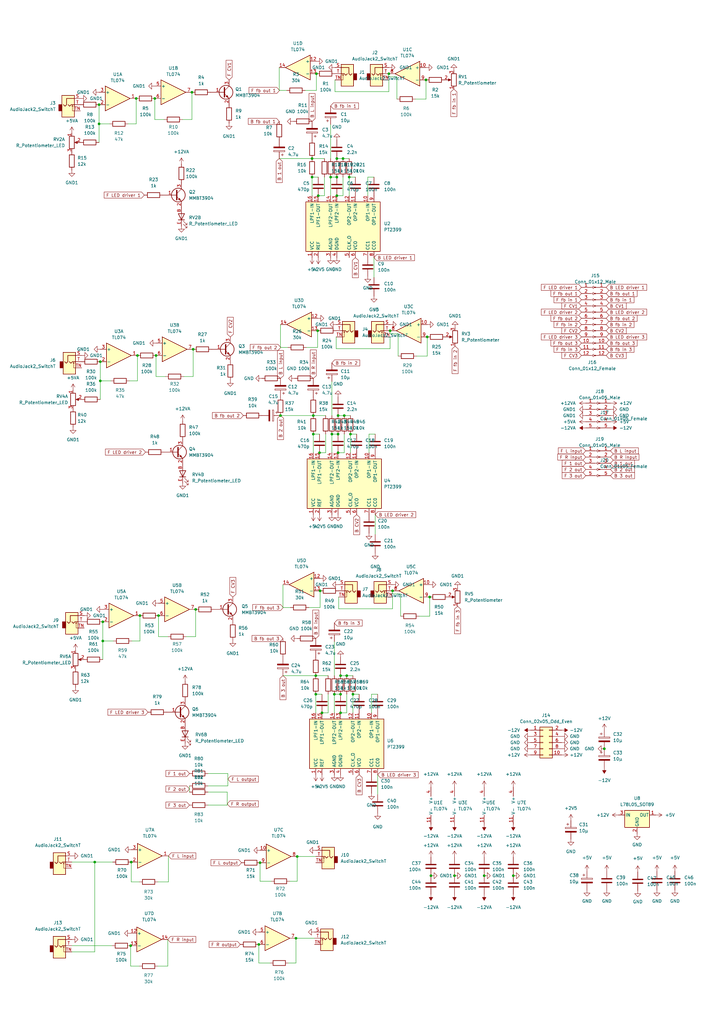
<source format=kicad_sch>
(kicad_sch (version 20230121) (generator eeschema)
  (paper "A3" portrait)
  (junction (at 138.684 185.674))
  (junction (at 136.144 178.054))
  (junction (at 128.524 170.434))
  (junction (at 121.412 384.81))
  (junction (at 138.684 178.054))
  (junction (at 80.264 249.936))
  (junction (at 142.24 277.114))
  (junction (at 247.904 307.086))
  (junction (at 38.862 353.568))
  (junction (at 176.276 244.856))
  (junction (at 121.92 351.282))
  (junction (at 115.062 170.434))
  (junction (at 140.716 65.024))
  (junction (at 143.764 178.054))
  (junction (at 129.54 277.114))
  (junction (at 63.5 40.386))
  (junction (at 161.036 242.316))
  (junction (at 78.74 37.846))
  (junction (at 210.566 359.156))
  (junction (at 174.752 32.766))
  (junction (at 186.436 359.156))
  (junction (at 139.7 292.354))
  (junction (at 128.016 65.024))
  (junction (at 135.636 72.644))
  (junction (at 128.016 72.644))
  (junction (at 106.172 387.35))
  (junction (at 57.404 252.476))
  (junction (at 137.16 284.734))
  (junction (at 198.628 359.156))
  (junction (at 139.7 284.734))
  (junction (at 53.848 353.568))
  (junction (at 144.78 284.734))
  (junction (at 55.88 40.386))
  (junction (at 106.68 353.822))
  (junction (at 159.512 30.226))
  (junction (at 128.524 178.054))
  (junction (at 129.54 284.734))
  (junction (at 42.164 255.016))
  (junction (at 132.08 292.354))
  (junction (at 130.556 80.264))
  (junction (at 56.388 145.796))
  (junction (at 131.318 242.316))
  (junction (at 40.64 50.8))
  (junction (at 175.26 138.176))
  (junction (at 41.148 148.336))
  (junction (at 160.02 135.636))
  (junction (at 129.794 30.226))
  (junction (at 139.7 277.114))
  (junction (at 138.176 65.024))
  (junction (at 79.248 143.256))
  (junction (at 138.176 72.644))
  (junction (at 65.024 252.476))
  (junction (at 138.176 80.264))
  (junction (at 141.224 170.434))
  (junction (at 41.148 156.21))
  (junction (at 176.784 359.156))
  (junction (at 138.684 170.434))
  (junction (at 42.164 262.89))
  (junction (at 130.302 135.636))
  (junction (at 131.064 185.674))
  (junction (at 64.008 145.796))
  (junction (at 143.256 72.644))
  (junction (at 53.594 387.858))
  (junction (at 40.64 42.926))
  (wire (pts (xy 136.144 156.464) (xy 136.144 170.434)))
  (wire (pts (xy 170.434 40.64) (xy 174.752 40.64)))
  (wire (pts (xy 118.872 361.442) (xy 121.92 361.442)))
  (wire (pts (xy 125.222 37.084) (xy 129.794 37.084)))
  (wire (pts (xy 115.062 170.434) (xy 128.524 170.434)))
  (wire (pts (xy 131.064 178.054) (xy 128.524 178.054)))
  (wire (pts (xy 41.148 156.21) (xy 45.466 156.21)))
  (wire (pts (xy 64.77 396.24) (xy 68.834 396.24)))
  (wire (pts (xy 134.62 292.354) (xy 132.08 292.354)))
  (wire (pts (xy 69.088 351.028) (xy 69.088 361.696)))
  (wire (pts (xy 79.248 154.432) (xy 79.248 143.256)))
  (wire (pts (xy 85.344 317.246) (xy 93.472 317.246)))
  (wire (pts (xy 128.016 65.024) (xy 133.096 65.024)))
  (wire (pts (xy 53.086 156.21) (xy 56.388 156.21)))
  (wire (pts (xy 116.078 239.776) (xy 116.078 249.174)))
  (wire (pts (xy 55.88 50.8) (xy 55.88 40.386)))
  (wire (pts (xy 68.834 396.24) (xy 68.834 385.318)))
  (wire (pts (xy 40.64 42.926) (xy 40.64 50.8)))
  (wire (pts (xy 53.848 361.696) (xy 53.848 353.568)))
  (wire (pts (xy 42.164 255.016) (xy 42.164 262.89)))
  (wire (pts (xy 75.438 154.432) (xy 79.248 154.432)))
  (wire (pts (xy 145.796 72.644) (xy 143.256 72.644)))
  (wire (pts (xy 77.724 322.326) (xy 77.724 324.866)))
  (wire (pts (xy 57.15 396.24) (xy 53.594 396.24)))
  (wire (pts (xy 85.344 324.866) (xy 93.218 324.866)))
  (wire (pts (xy 162.814 40.64) (xy 162.814 31.496)))
  (wire (pts (xy 52.578 50.8) (xy 55.88 50.8)))
  (wire (pts (xy 150.876 72.644) (xy 150.876 80.264)))
  (wire (pts (xy 126.746 249.174) (xy 131.318 249.174)))
  (wire (pts (xy 68.834 261.112) (xy 65.024 261.112)))
  (wire (pts (xy 115.062 142.494) (xy 118.11 142.494)))
  (wire (pts (xy 129.794 37.084) (xy 129.794 30.226)))
  (wire (pts (xy 137.16 284.734) (xy 137.16 292.354)))
  (wire (pts (xy 38.862 390.398) (xy 38.862 353.568)))
  (wire (pts (xy 121.412 394.97) (xy 121.412 384.81)))
  (wire (pts (xy 146.304 178.054) (xy 143.764 178.054)))
  (wire (pts (xy 140.716 65.024) (xy 143.256 65.024)))
  (wire (pts (xy 162.814 31.496) (xy 159.512 31.496)))
  (wire (pts (xy 154.94 284.734) (xy 152.4 284.734)))
  (wire (pts (xy 121.92 351.282) (xy 129.54 351.282)))
  (wire (pts (xy 140.716 72.644) (xy 140.716 80.264)))
  (wire (pts (xy 138.176 65.024) (xy 140.716 65.024)))
  (wire (pts (xy 114.554 65.024) (xy 128.016 65.024)))
  (wire (pts (xy 114.554 37.084) (xy 117.602 37.084)))
  (wire (pts (xy 132.08 284.734) (xy 129.54 284.734)))
  (wire (pts (xy 56.388 156.21) (xy 56.388 145.796)))
  (wire (pts (xy 116.078 249.174) (xy 119.126 249.174)))
  (wire (pts (xy 142.24 284.734) (xy 142.24 292.354)))
  (wire (pts (xy 65.024 261.112) (xy 65.024 252.476)))
  (wire (pts (xy 163.322 146.05) (xy 163.322 136.906)))
  (wire (pts (xy 53.594 396.24) (xy 53.594 387.858)))
  (wire (pts (xy 160.02 143.002) (xy 160.02 138.176)))
  (wire (pts (xy 133.096 72.644) (xy 133.096 80.264)))
  (wire (pts (xy 121.412 384.81) (xy 129.032 384.81)))
  (wire (pts (xy 78.74 49.022) (xy 78.74 37.846)))
  (wire (pts (xy 128.524 178.054) (xy 128.524 185.674)))
  (wire (pts (xy 175.26 146.05) (xy 175.26 138.176)))
  (wire (pts (xy 85.344 330.2) (xy 93.218 330.2)))
  (wire (pts (xy 141.224 178.054) (xy 141.224 185.674)))
  (wire (pts (xy 138.176 72.644) (xy 135.636 72.644)))
  (wire (pts (xy 137.16 263.144) (xy 137.16 277.114)))
  (wire (pts (xy 42.164 262.89) (xy 46.482 262.89)))
  (wire (pts (xy 154.94 317.754) (xy 154.94 325.882)))
  (wire (pts (xy 63.5 49.022) (xy 63.5 40.386)))
  (wire (pts (xy 159.512 37.592) (xy 159.512 32.766)))
  (wire (pts (xy 40.64 50.8) (xy 40.64 58.42)))
  (wire (pts (xy 133.096 80.264) (xy 130.556 80.264)))
  (wire (pts (xy 106.172 394.97) (xy 110.744 394.97)))
  (wire (pts (xy 138.938 244.856) (xy 138.938 249.682)))
  (wire (pts (xy 125.73 142.494) (xy 130.302 142.494)))
  (wire (pts (xy 174.752 40.64) (xy 174.752 32.766)))
  (wire (pts (xy 131.318 249.174) (xy 131.318 242.316)))
  (wire (pts (xy 40.64 50.8) (xy 44.958 50.8)))
  (wire (pts (xy 176.276 252.73) (xy 176.276 244.856)))
  (wire (pts (xy 136.144 178.054) (xy 136.144 185.674)))
  (wire (pts (xy 139.7 277.114) (xy 142.24 277.114)))
  (wire (pts (xy 137.922 143.002) (xy 160.02 143.002)))
  (wire (pts (xy 29.464 353.568) (xy 38.862 353.568)))
  (wire (pts (xy 76.454 261.112) (xy 80.264 261.112)))
  (wire (pts (xy 141.224 170.434) (xy 143.764 170.434)))
  (wire (pts (xy 67.818 154.432) (xy 64.008 154.432)))
  (wire (pts (xy 142.24 277.114) (xy 144.78 277.114)))
  (wire (pts (xy 133.604 178.054) (xy 133.604 185.674)))
  (wire (pts (xy 106.68 353.822) (xy 106.68 361.442)))
  (wire (pts (xy 137.414 37.592) (xy 159.512 37.592)))
  (wire (pts (xy 93.472 317.246) (xy 93.472 322.326)))
  (wire (pts (xy 138.938 249.682) (xy 161.036 249.682)))
  (wire (pts (xy 164.338 243.586) (xy 161.036 243.586)))
  (wire (pts (xy 143.764 178.054) (xy 143.764 185.674)))
  (wire (pts (xy 106.172 387.35) (xy 106.172 394.97)))
  (wire (pts (xy 80.264 261.112) (xy 80.264 249.936)))
  (wire (pts (xy 115.062 133.096) (xy 115.062 142.494)))
  (wire (pts (xy 152.4 284.734) (xy 152.4 292.354)))
  (wire (pts (xy 121.92 361.442) (xy 121.92 351.282)))
  (wire (pts (xy 64.008 154.432) (xy 64.008 145.796)))
  (wire (pts (xy 114.554 27.686) (xy 114.554 37.084)))
  (wire (pts (xy 160.02 136.906) (xy 160.02 135.636)))
  (wire (pts (xy 140.716 80.264) (xy 138.176 80.264)))
  (wire (pts (xy 130.302 142.494) (xy 130.302 135.636)))
  (wire (pts (xy 134.62 284.734) (xy 134.62 292.354)))
  (wire (pts (xy 129.54 277.114) (xy 134.62 277.114)))
  (wire (pts (xy 85.344 322.326) (xy 93.472 322.326)))
  (wire (pts (xy 143.256 72.644) (xy 143.256 80.264)))
  (wire (pts (xy 137.414 32.766) (xy 137.414 37.592)))
  (wire (pts (xy 161.036 249.682) (xy 161.036 244.856)))
  (wire (pts (xy 137.922 138.176) (xy 137.922 143.002)))
  (wire (pts (xy 170.942 146.05) (xy 175.26 146.05)))
  (wire (pts (xy 135.636 51.054) (xy 135.636 65.024)))
  (wire (pts (xy 141.224 185.674) (xy 138.684 185.674)))
  (wire (pts (xy 42.164 262.89) (xy 42.164 270.51)))
  (wire (pts (xy 106.68 361.442) (xy 111.252 361.442)))
  (wire (pts (xy 41.148 148.336) (xy 41.148 156.21)))
  (wire (pts (xy 153.924 211.074) (xy 153.924 219.202)))
  (wire (pts (xy 93.218 324.866) (xy 93.218 330.2)))
  (wire (pts (xy 159.512 31.496) (xy 159.512 30.226)))
  (wire (pts (xy 161.036 243.586) (xy 161.036 242.316)))
  (wire (pts (xy 130.556 72.644) (xy 128.016 72.644)))
  (wire (pts (xy 74.93 49.022) (xy 78.74 49.022)))
  (wire (pts (xy 53.848 361.696) (xy 57.15 361.696)))
  (wire (pts (xy 128.524 170.434) (xy 133.604 170.434)))
  (wire (pts (xy 38.862 353.568) (xy 46.228 353.568)))
  (wire (pts (xy 153.416 105.664) (xy 153.416 113.792)))
  (wire (pts (xy 57.404 262.89) (xy 57.404 252.476)))
  (wire (pts (xy 138.684 178.054) (xy 136.144 178.054)))
  (wire (pts (xy 116.078 277.114) (xy 129.54 277.114)))
  (wire (pts (xy 54.102 262.89) (xy 57.404 262.89)))
  (wire (pts (xy 133.604 185.674) (xy 131.064 185.674)))
  (wire (pts (xy 67.31 49.022) (xy 63.5 49.022)))
  (wire (pts (xy 147.32 284.734) (xy 144.78 284.734)))
  (wire (pts (xy 163.322 136.906) (xy 160.02 136.906)))
  (wire (pts (xy 69.088 361.696) (xy 64.77 361.696)))
  (wire (pts (xy 153.924 178.054) (xy 151.384 178.054)))
  (wire (pts (xy 41.148 156.21) (xy 41.148 163.83)))
  (wire (pts (xy 144.78 284.734) (xy 144.78 292.354)))
  (wire (pts (xy 135.636 72.644) (xy 135.636 80.264)))
  (wire (pts (xy 129.54 284.734) (xy 129.54 292.354)))
  (wire (pts (xy 138.684 170.434) (xy 141.224 170.434)))
  (wire (pts (xy 151.384 178.054) (xy 151.384 185.674)))
  (wire (pts (xy 171.958 252.73) (xy 176.276 252.73)))
  (wire (pts (xy 142.24 292.354) (xy 139.7 292.354)))
  (wire (pts (xy 118.364 394.97) (xy 121.412 394.97)))
  (wire (pts (xy 153.416 72.644) (xy 150.876 72.644)))
  (wire (pts (xy 128.016 72.644) (xy 128.016 80.264)))
  (wire (pts (xy 164.338 252.73) (xy 164.338 243.586)))
  (wire (pts (xy 29.464 390.398) (xy 38.862 390.398)))
  (wire (pts (xy 139.7 284.734) (xy 137.16 284.734)))
  (wire (pts (xy 29.464 387.858) (xy 45.974 387.858)))
  (global_label "F 2 out" (shape input) (at 240.284 192.532 180) (property "Intersheetrefs" "${INTERSHEET_REFS}" (effects hide)))
  (global_label "B R input" (shape input) (at 128.524 155.194 90) (property "Intersheetrefs" "${INTERSHEET_REFS}" (effects hide)))
  (global_label "F CV1" (shape input) (at 238.506 125.476 180) (property "Intersheetrefs" "${INTERSHEET_REFS}" (effects hide)))
  (global_label "F R output" (shape input) (at 98.552 387.35 180) (property "Intersheetrefs" "${INTERSHEET_REFS}" (effects hide)))
  (global_label "F R output" (shape input) (at 93.218 329.692 0) (property "Intersheetrefs" "${INTERSHEET_REFS}" (effects hide)))
  (global_label "B LED driver 3" (shape input) (at 248.666 138.176 0) (property "Intersheetrefs" "${INTERSHEET_REFS}" (effects hide)))
  (global_label "F CV3" (shape input) (at 238.506 145.796 180) (property "Intersheetrefs" "${INTERSHEET_REFS}" (effects hide)))
  (global_label "F fb in 1" (shape input) (at 238.506 122.936 180) (property "Intersheetrefs" "${INTERSHEET_REFS}" (effects hide)))
  (global_label "B 3 out" (shape input) (at 250.444 195.072 0) (property "Intersheetrefs" "${INTERSHEET_REFS}" (effects hide)))
  (global_label "F fb out 3" (shape input) (at 116.1827 249.174 180) (property "Intersheetrefs" "${INTERSHEET_REFS}" (effects hide)))
  (global_label "B R input" (shape input) (at 129.54 261.874 90) (property "Intersheetrefs" "${INTERSHEET_REFS}" (effects hide)))
  (global_label "B L input" (shape input) (at 128.016 49.784 90) (property "Intersheetrefs" "${INTERSHEET_REFS}" (effects hide)))
  (global_label "B LED driver 2" (shape input) (at 153.924 211.074 0) (property "Intersheetrefs" "${INTERSHEET_REFS}" (effects hide)))
  (global_label "F fb out 1" (shape input) (at 114.6587 37.084 180) (property "Intersheetrefs" "${INTERSHEET_REFS}" (effects hide)))
  (global_label "F L input" (shape input) (at 240.284 184.912 180) (property "Intersheetrefs" "${INTERSHEET_REFS}" (effects hide)))
  (global_label "F fb out 3" (shape input) (at 238.506 140.716 180) (property "Intersheetrefs" "${INTERSHEET_REFS}" (effects hide)))
  (global_label "F CV2" (shape input) (at 238.506 135.636 180) (property "Intersheetrefs" "${INTERSHEET_REFS}" (effects hide)))
  (global_label "B fb in 1" (shape input) (at 135.636 43.434 0) (property "Intersheetrefs" "${INTERSHEET_REFS}" (effects hide)))
  (global_label "B L input" (shape input) (at 115.062 155.194 90) (property "Intersheetrefs" "${INTERSHEET_REFS}" (effects hide)))
  (global_label "B fb in 1" (shape input) (at 248.666 122.936 0) (property "Intersheetrefs" "${INTERSHEET_REFS}" (effects hide)))
  (global_label "F LED driver 2" (shape input) (at 238.506 128.016 180) (property "Intersheetrefs" "${INTERSHEET_REFS}" (effects hide)))
  (global_label "B CV3" (shape input) (at 248.666 145.796 0) (property "Intersheetrefs" "${INTERSHEET_REFS}" (effects hide)))
  (global_label "B CV3" (shape input) (at 147.32 317.754 270) (property "Intersheetrefs" "${INTERSHEET_REFS}" (effects hide)))
  (global_label "B fb in 3" (shape input) (at 137.16 255.524 0) (property "Intersheetrefs" "${INTERSHEET_REFS}" (effects hide)))
  (global_label "B 1 out" (shape input) (at 114.554 65.024 270) (property "Intersheetrefs" "${INTERSHEET_REFS}" (effects hide)))
  (global_label "F fb in 2" (shape input) (at 238.506 133.096 180) (property "Intersheetrefs" "${INTERSHEET_REFS}" (effects hide)))
  (global_label "B LED driver 1" (shape input) (at 248.666 117.856 0) (property "Intersheetrefs" "${INTERSHEET_REFS}" (effects hide)))
  (global_label "B fb out 3" (shape input) (at 248.666 140.716 0) (property "Intersheetrefs" "${INTERSHEET_REFS}" (effects hide)))
  (global_label "B fb in 2" (shape input) (at 136.144 148.844 0) (property "Intersheetrefs" "${INTERSHEET_REFS}" (effects hide)))
  (global_label "F fb in 3" (shape input) (at 187.706 248.666 270) (property "Intersheetrefs" "${INTERSHEET_REFS}" (effects hide)))
  (global_label "F LED driver 3" (shape input) (at 60.706 292.1 180) (property "Intersheetrefs" "${INTERSHEET_REFS}" (effects hide)))
  (global_label "B LED driver 2" (shape input) (at 248.666 128.016 0) (property "Intersheetrefs" "${INTERSHEET_REFS}" (effects hide)))
  (global_label "F L output" (shape input) (at 99.06 353.822 180) (property "Intersheetrefs" "${INTERSHEET_REFS}" (effects hide)))
  (global_label "B LED driver 3" (shape input) (at 154.94 317.754 0) (property "Intersheetrefs" "${INTERSHEET_REFS}" (effects hide)))
  (global_label "B R input" (shape input) (at 250.444 187.452 0) (property "Intersheetrefs" "${INTERSHEET_REFS}" (effects hide)))
  (global_label "F CV1" (shape input) (at 93.98 32.766 90) (property "Intersheetrefs" "${INTERSHEET_REFS}" (effects hide)))
  (global_label "F LED driver 3" (shape input) (at 238.506 138.176 180) (property "Intersheetrefs" "${INTERSHEET_REFS}" (effects hide)))
  (global_label "B CV1" (shape input) (at 145.796 105.664 270) (property "Intersheetrefs" "${INTERSHEET_REFS}" (effects hide)))
  (global_label "F 2 out" (shape input) (at 77.724 323.596 180) (property "Intersheetrefs" "${INTERSHEET_REFS}" (effects hide)))
  (global_label "B 2 out" (shape input) (at 115.062 170.434 270) (property "Intersheetrefs" "${INTERSHEET_REFS}" (effects hide)))
  (global_label "F 3 out" (shape input) (at 240.284 195.072 180) (property "Intersheetrefs" "${INTERSHEET_REFS}" (effects hide)))
  (global_label "F L output" (shape input) (at 93.472 319.532 0) (property "Intersheetrefs" "${INTERSHEET_REFS}" (effects hide)))
  (global_label "F CV2" (shape input) (at 94.488 138.176 90) (property "Intersheetrefs" "${INTERSHEET_REFS}" (effects hide)))
  (global_label "F fb out 2" (shape input) (at 238.506 130.556 180) (property "Intersheetrefs" "${INTERSHEET_REFS}" (effects hide)))
  (global_label "B 1 out" (shape input) (at 250.444 189.992 0) (property "Intersheetrefs" "${INTERSHEET_REFS}" (effects hide)))
  (global_label "B fb in 2" (shape input) (at 248.666 133.096 0) (property "Intersheetrefs" "${INTERSHEET_REFS}" (effects hide)))
  (global_label "B 3 out" (shape input) (at 116.078 277.114 270) (property "Intersheetrefs" "${INTERSHEET_REFS}" (effects hide)))
  (global_label "F fb out 2" (shape input) (at 115.1667 142.494 180) (property "Intersheetrefs" "${INTERSHEET_REFS}" (effects hide)))
  (global_label "B CV2" (shape input) (at 146.304 211.074 270) (property "Intersheetrefs" "${INTERSHEET_REFS}" (effects hide)))
  (global_label "B 2 out" (shape input) (at 250.444 192.532 0) (property "Intersheetrefs" "${INTERSHEET_REFS}" (effects hide)))
  (global_label "B CV1" (shape input) (at 248.666 125.476 0) (property "Intersheetrefs" "${INTERSHEET_REFS}" (effects hide)))
  (global_label "F LED driver 2" (shape input) (at 59.69 185.42 180) (property "Intersheetrefs" "${INTERSHEET_REFS}" (effects hide)))
  (global_label "B L input" (shape input) (at 250.444 184.912 0) (property "Intersheetrefs" "${INTERSHEET_REFS}" (effects hide)))
  (global_label "F fb in 1" (shape input) (at 186.182 36.576 270) (property "Intersheetrefs" "${INTERSHEET_REFS}" (effects hide)))
  (global_label "B fb out 3" (shape input) (at 116.078 261.874 180) (property "Intersheetrefs" "${INTERSHEET_REFS}" (effects hide)))
  (global_label "B CV2" (shape input) (at 248.666 135.636 0) (property "Intersheetrefs" "${INTERSHEET_REFS}" (effects hide)))
  (global_label "B fb out 1" (shape input) (at 248.666 120.396 0) (property "Intersheetrefs" "${INTERSHEET_REFS}" (effects hide)))
  (global_label "F fb out 1" (shape input) (at 238.506 120.396 180) (property "Intersheetrefs" "${INTERSHEET_REFS}" (effects hide)))
  (global_label "F R input" (shape input) (at 240.284 187.452 180) (property "Intersheetrefs" "${INTERSHEET_REFS}" (effects hide)))
  (global_label "B LED driver 1" (shape input) (at 153.416 105.664 0) (property "Intersheetrefs" "${INTERSHEET_REFS}" (effects hide)))
  (global_label "F 1 out" (shape input) (at 77.724 317.246 180) (property "Intersheetrefs" "${INTERSHEET_REFS}" (effects hide)))
  (global_label "B fb in 3" (shape input) (at 248.666 143.256 0) (property "Intersheetrefs" "${INTERSHEET_REFS}" (effects hide)))
  (global_label "F 3 out" (shape input) (at 77.724 330.2 180) (property "Intersheetrefs" "${INTERSHEET_REFS}" (effects hide)))
  (global_label "B fb out 1" (shape input) (at 114.554 49.784 180) (property "Intersheetrefs" "${INTERSHEET_REFS}" (effects hide)))
  (global_label "F fb in 2" (shape input) (at 186.69 141.986 270) (property "Intersheetrefs" "${INTERSHEET_REFS}" (effects hide)))
  (global_label "B fb out 2" (shape input) (at 99.822 170.434 180) (property "Intersheetrefs" "${INTERSHEET_REFS}" (effects hide)))
  (global_label "F LED driver 1" (shape input) (at 59.182 80.01 180) (property "Intersheetrefs" "${INTERSHEET_REFS}" (effects hide)))
  (global_label "F L input" (shape input) (at 69.088 351.028 0) (property "Intersheetrefs" "${INTERSHEET_REFS}" (effects hide)))
  (global_label "B fb out 2" (shape input) (at 248.666 130.556 0) (property "Intersheetrefs" "${INTERSHEET_REFS}" (effects hide)))
  (global_label "F CV3" (shape input) (at 95.504 244.856 90) (property "Intersheetrefs" "${INTERSHEET_REFS}" (effects hide)))
  (global_label "F 1 out" (shape input) (at 240.284 189.992 180) (property "Intersheetrefs" "${INTERSHEET_REFS}" (effects hide)))
  (global_label "F R input" (shape input) (at 68.834 385.318 0) (property "Intersheetrefs" "${INTERSHEET_REFS}" (effects hide)))
  (global_label "F fb in 3" (shape input) (at 238.506 143.256 180) (property "Intersheetrefs" "${INTERSHEET_REFS}" (effects hide)))
  (global_label "F LED driver 1" (shape input) (at 238.506 117.856 180) (property "Intersheetrefs" "${INTERSHEET_REFS}" (effects hide)))
  (symbol (lib_id "Connector:AudioJack2_SwitchT") (at 27.94 42.926 0) (unit 1)
    (property "Reference" "J3" (at 22.86 42.2909 0) (effects (justify right)))
    (property "Value" "AudioJack2_SwitchT" (at 22.86 44.8309 0) (effects (justify right)))
    (property "Footprint" "AudioJacks:Jack_3.5mm_QingPu_WQP-PJ398SM_Vertical" (effects hide))
  )
  (symbol (lib_id "Device:C") (at 276.86 361.188 0) (unit 1)
    (property "Reference" "C46" (at 280.67 359.9179 0) (effects (justify left)))
    (property "Value" "100n" (at 280.67 362.4579 0) (effects (justify left)))
    (property "Footprint" "Capacitor_SMD:C_0805_2012Metric_Pad1.18x1.45mm_HandSolder" (effects hide))
  )
  (symbol (lib_id "Device:R") (at 75.946 283.21 0) (unit 1)
    (property "Reference" "R78" (at 78.74 281.9399 0) (effects (justify left)))
    (property "Value" "100k" (at 78.74 284.4799 0) (effects (justify left)))
    (property "Footprint" "Resistor_SMD:R_0805_2012Metric_Pad1.20x1.40mm_HandSolder" (effects hide))
  )
  (symbol (lib_id "Device:R") (at 61.214 252.476 90) (unit 1)
    (property "Reference" "R53" (at 61.214 256.54 90))
    (property "Value" "100k" (at 61.214 259.08 90))
    (property "Footprint" "Resistor_SMD:R_0805_2012Metric_Pad1.20x1.40mm_HandSolder" (effects hide))
  )
  (symbol (lib_id "Amplifier_Operational:TL074") (at 48.26 40.386 0) (unit 1)
    (property "Reference" "U1" (at 48.26 30.48 0))
    (property "Value" "TL074" (at 48.26 33.02 0))
    (property "Footprint" "Package_SO:SOIC-14_3.9x8.7mm_P1.27mm" (effects hide))
    (property "Datasheet" "http://www.ti.com/lit/ds/symlink/tl071.pdf" (effects hide))
  )
  (symbol (lib_id "Device:R") (at 115.062 166.624 180) (unit 1)
    (property "Reference" "R37" (at 116.84 165.3539 0) (effects (justify right)))
    (property "Value" "15k" (at 116.84 167.8939 0) (effects (justify right)))
    (property "Footprint" "Resistor_SMD:R_0805_2012Metric_Pad1.20x1.40mm_HandSolder" (effects hide))
  )
  (symbol (lib_id "Pale Slim Ghost:R_Potentiometer_LED") (at 29.972 163.83 0) (unit 1)
    (property "Reference" "RV4" (at 27.94 162.5599 0) (effects (justify right)))
    (property "Value" "R_Potentiometer_LED" (at 27.94 165.0999 0) (effects (justify right)))
    (property "Footprint" "Pale Slim Ghost:Alpha RA2045F-20" (effects hide))
  )
  (symbol (lib_id "Device:R") (at 60.96 396.24 90) (unit 1)
    (property "Reference" "R77" (at 60.96 400.05 90))
    (property "Value" "30k" (at 60.96 402.59 90))
    (property "Footprint" "Resistor_SMD:R_0805_2012Metric_Pad1.20x1.40mm_HandSolder" (effects hide))
  )
  (symbol (lib_id "power:GND1") (at 29.464 351.028 90) (unit 1)
    (property "Reference" "#PWR0129" (effects hide))
    (property "Value" "GND1" (at 33.02 351.0279 90) (effects (justify right)))
  )
  (symbol (lib_id "power:-12VA") (at 186.436 366.776 180) (unit 1)
    (property "Reference" "#PWR0112" (effects hide))
    (property "Value" "-12VA" (at 186.436 372.11 0))
  )
  (symbol (lib_id "Device:C") (at 154.94 329.692 0) (unit 1)
    (property "Reference" "C40" (at 158.75 328.4219 0) (effects (justify left)))
    (property "Value" "100n" (at 158.75 330.9619 0) (effects (justify left)))
    (property "Footprint" "Capacitor_SMD:C_0805_2012Metric_Pad1.18x1.45mm_HandSolder" (effects hide))
  )
  (symbol (lib_id "power:GND1") (at 63.5 35.306 270) (unit 1)
    (property "Reference" "#PWR06" (effects hide))
    (property "Value" "GND1" (at 59.69 35.3059 90) (effects (justify right)))
  )
  (symbol (lib_id "Device:R") (at 125.73 261.874 90) (unit 1)
    (property "Reference" "R58" (at 125.73 255.27 90))
    (property "Value" "100k" (at 125.73 257.81 90))
    (property "Footprint" "Resistor_SMD:R_0805_2012Metric_Pad1.20x1.40mm_HandSolder" (effects hide))
  )
  (symbol (lib_id "power:GND1") (at 137.922 133.096 270) (mirror x) (unit 1)
    (property "Reference" "#PWR023" (effects hide))
    (property "Value" "GND1" (at 134.62 133.0959 90) (effects (justify right)))
  )
  (symbol (lib_id "power:GND1") (at 94.488 155.956 0) (unit 1)
    (property "Reference" "#PWR032" (effects hide))
    (property "Value" "GND1" (at 94.488 161.29 0))
  )
  (symbol (lib_id "Device:R") (at 48.768 50.8 90) (unit 1)
    (property "Reference" "R12" (at 48.768 54.61 90))
    (property "Value" "47k" (at 48.768 57.15 90))
    (property "Footprint" "Resistor_SMD:R_0805_2012Metric_Pad1.20x1.40mm_HandSolder" (effects hide))
  )
  (symbol (lib_id "Device:R_Potentiometer") (at 186.182 32.766 180) (unit 1)
    (property "Reference" "RV1" (at 187.96 31.4959 0) (effects (justify right)))
    (property "Value" "R_Potentiometer" (at 187.96 34.0359 0) (effects (justify right)))
    (property "Footprint" "Pale Slim Ghost:Potentiometer_Song_Huei_R0904N" (effects hide))
  )
  (symbol (lib_id "Amplifier_Operational:TL074") (at 71.628 143.256 0) (unit 2)
    (property "Reference" "U3" (at 71.628 133.35 0))
    (property "Value" "TL074" (at 71.628 135.89 0))
    (property "Footprint" "Package_SO:SOIC-14_3.9x8.7mm_P1.27mm" (effects hide))
    (property "Datasheet" "http://www.ti.com/lit/ds/symlink/tl071.pdf" (effects hide))
  )
  (symbol (lib_id "Device:C") (at 198.628 362.966 0) (unit 1)
    (property "Reference" "C42" (at 201.93 361.6959 0) (effects (justify left)))
    (property "Value" "100n" (at 201.93 364.2359 0) (effects (justify left)))
    (property "Footprint" "Capacitor_SMD:C_0805_2012Metric_Pad1.18x1.45mm_HandSolder" (effects hide))
  )
  (symbol (lib_id "power:-12V") (at 247.904 314.706 180) (unit 1)
    (property "Reference" "#PWR090" (effects hide))
    (property "Value" "-12V" (at 247.904 320.04 0))
  )
  (symbol (lib_id "power:GND") (at 261.62 365.252 0) (unit 1)
    (property "Reference" "#PWR075" (effects hide))
    (property "Value" "GND" (at 261.62 369.824 0))
  )
  (symbol (lib_id "Connector:AudioJack2_SwitchT") (at 154.432 30.226 0) (unit 1)
    (property "Reference" "J2" (at 153.797 21.59 0))
    (property "Value" "AudioJack2_SwitchT" (at 153.797 24.13 0))
    (property "Footprint" "AudioJacks:Jack_3.5mm_QingPu_WQP-PJ398SM_Vertical" (effects hide))
  )
  (symbol (lib_id "power:GND") (at 261.366 341.884 0) (unit 1)
    (property "Reference" "#PWR073" (effects hide))
    (property "Value" "GND" (at 261.366 346.456 0))
  )
  (symbol (lib_id "power:GND1") (at 33.02 40.386 90) (mirror x) (unit 1)
    (property "Reference" "#PWR08" (effects hide))
    (property "Value" "GND1" (at 36.83 40.3859 90) (effects (justify right)))
  )
  (symbol (lib_id "power:GND1") (at 93.98 50.546 0) (unit 1)
    (property "Reference" "#PWR010" (effects hide))
    (property "Value" "GND1" (at 93.98 55.88 0))
  )
  (symbol (lib_id "Device:R") (at 124.206 49.784 90) (unit 1)
    (property "Reference" "R11" (at 124.206 43.18 90))
    (property "Value" "100k" (at 124.206 45.72 90))
    (property "Footprint" "Resistor_SMD:R_0805_2012Metric_Pad1.20x1.40mm_HandSolder" (effects hide))
  )
  (symbol (lib_id "Device:R") (at 168.148 252.73 90) (unit 1)
    (property "Reference" "R54" (at 168.148 256.54 90))
    (property "Value" "100k" (at 168.148 259.08 90))
    (property "Footprint" "Resistor_SMD:R_0805_2012Metric_Pad1.20x1.40mm_HandSolder" (effects hide))
  )
  (symbol (lib_id "Pale Slim Ghost:R_Potentiometer_LED") (at 74.422 88.9 0) (unit 2)
    (property "Reference" "RV2" (at 77.47 89.2174 0) (effects (justify left)))
    (property "Value" "R_Potentiometer_LED" (at 77.47 91.7574 0) (effects (justify left)))
    (property "Footprint" "Pale Slim Ghost:Alpha RA2045F-20" (effects hide))
  )
  (symbol (lib_id "power:GND1") (at 138.938 239.776 270) (mirror x) (unit 1)
    (property "Reference" "#PWR045" (effects hide))
    (property "Value" "GND1" (at 134.62 239.7759 90) (effects (justify right)))
  )
  (symbol (lib_id "Device:R") (at 103.632 170.434 270) (unit 1)
    (property "Reference" "R39" (at 103.632 163.83 90))
    (property "Value" "10k" (at 103.632 166.37 90))
    (property "Footprint" "Resistor_SMD:R_0805_2012Metric_Pad1.20x1.40mm_HandSolder" (effects hide))
  )
  (symbol (lib_id "power:GND") (at 121.92 261.874 270) (mirror x) (unit 1)
    (property "Reference" "#PWR052" (effects hide))
    (property "Value" "GND" (at 120.65 257.81 90))
  )
  (symbol (lib_id "power:GND1") (at 106.68 348.742 270) (mirror x) (unit 1)
    (property "Reference" "#PWR0126" (effects hide))
    (property "Value" "GND1" (at 102.87 348.7419 90) (effects (justify right)))
  )
  (symbol (lib_id "Audio:PT2399") (at 141.224 198.374 90) (unit 1)
    (property "Reference" "U4" (at 157.48 197.1039 90) (effects (justify right)))
    (property "Value" "PT2399" (at 157.48 199.6439 90) (effects (justify right)))
    (property "Footprint" "Package_SO:SOIC-16_3.9x9.9mm_P1.27mm" (effects hide))
    (property "Datasheet" "http://sound.westhost.com/pt2399.pdf" (effects hide))
  )
  (symbol (lib_id "power:GND") (at 138.176 57.404 0) (mirror x) (unit 1)
    (property "Reference" "#PWR012" (effects hide))
    (property "Value" "GND" (at 138.176 52.07 0))
  )
  (symbol (lib_id "Connector:AudioJack2_SwitchT") (at 24.384 387.858 0) (unit 1)
    (property "Reference" "J13" (at 23.749 378.46 0))
    (property "Value" "AudioJack2_SwitchT" (at 23.749 381 0))
    (property "Footprint" "AudioJacks:Jack_3.5mm_QingPu_WQP-PJ398SM_Vertical" (effects hide))
  )
  (symbol (lib_id "power:GND1") (at 137.414 27.686 270) (mirror x) (unit 1)
    (property "Reference" "#PWR02" (effects hide))
    (property "Value" "GND1" (at 133.35 27.6859 90) (effects (justify right)))
  )
  (symbol (lib_id "power:+12VA") (at 198.628 322.834 0) (unit 1)
    (property "Reference" "#PWR091" (effects hide))
    (property "Value" "+12VA" (at 198.628 317.5 0))
  )
  (symbol (lib_id "Device:C") (at 145.796 76.454 0) (unit 1)
    (property "Reference" "C7" (at 149.86 75.1839 0) (effects (justify left)))
    (property "Value" "100n" (at 149.86 77.7239 0) (effects (justify left)))
    (property "Footprint" "Capacitor_SMD:C_0805_2012Metric_Pad1.18x1.45mm_HandSolder" (effects hide))
  )
  (symbol (lib_id "power:GND1") (at 198.628 359.156 90) (unit 1)
    (property "Reference" "#PWR0107" (effects hide))
    (property "Value" "GND1" (at 201.93 359.1559 90) (effects (justify right)))
  )
  (symbol (lib_id "power:-12VA") (at 198.628 338.074 180) (unit 1)
    (property "Reference" "#PWR097" (effects hide))
    (property "Value" "-12VA" (at 198.628 342.9 0))
  )
  (symbol (lib_id "power:GND1") (at 131.318 237.236 90) (unit 1)
    (property "Reference" "#PWR044" (effects hide))
    (property "Value" "GND1" (at 134.62 237.2359 90) (effects (justify right)))
  )
  (symbol (lib_id "power:+5V") (at 276.86 357.378 0) (unit 1)
    (property "Reference" "#PWR067" (effects hide))
    (property "Value" "+5V" (at 276.86 351.79 0))
  )
  (symbol (lib_id "Amplifier_Operational:TL074") (at 122.682 133.096 0) (mirror y) (unit 4)
    (property "Reference" "U3" (at 122.682 123.19 0))
    (property "Value" "TL074" (at 122.682 125.73 0))
    (property "Footprint" "Package_SO:SOIC-14_3.9x8.7mm_P1.27mm" (effects hide))
    (property "Datasheet" "http://www.ti.com/lit/ds/symlink/tl071.pdf" (effects hide))
  )
  (symbol (lib_id "Device:R") (at 122.936 249.174 90) (unit 1)
    (property "Reference" "R51" (at 122.936 242.57 90))
    (property "Value" "30k" (at 122.936 245.11 90))
    (property "Footprint" "Resistor_SMD:R_0805_2012Metric_Pad1.20x1.40mm_HandSolder" (effects hide))
  )
  (symbol (lib_id "power:GND") (at 139.7 269.494 0) (mirror x) (unit 1)
    (property "Reference" "#PWR055" (effects hide))
    (property "Value" "GND" (at 139.7 264.16 0))
  )
  (symbol (lib_id "power:+2V5") (at 234.188 336.55 0) (unit 1)
    (property "Reference" "#PWR065" (effects hide))
    (property "Value" "+2V5" (at 234.188 331.47 0))
  )
  (symbol (lib_id "Device:C") (at 138.684 166.624 0) (unit 1)
    (property "Reference" "C14" (at 142.24 165.3539 0) (effects (justify left)))
    (property "Value" "2.2n" (at 142.24 167.8939 0) (effects (justify left)))
    (property "Footprint" "Capacitor_SMD:C_0805_2012Metric_Pad1.18x1.45mm_HandSolder" (effects hide))
  )
  (symbol (lib_id "power:+12VA") (at 74.422 67.31 0) (unit 1)
    (property "Reference" "#PWR013" (effects hide))
    (property "Value" "+12VA" (at 74.422 62.23 0))
  )
  (symbol (lib_id "Device:R") (at 102.87 353.822 90) (unit 1)
    (property "Reference" "R71" (at 102.87 356.87 90))
    (property "Value" "15k" (at 102.87 359.41 90))
    (property "Footprint" "Resistor_SMD:R_0805_2012Metric_Pad1.20x1.40mm_HandSolder" (effects hide))
  )
  (symbol (lib_id "power:+12V") (at 247.904 299.466 0) (mirror y) (unit 1)
    (property "Reference" "#PWR080" (effects hide))
    (property "Value" "+12V" (at 247.904 294.64 0))
  )
  (symbol (lib_id "power:+5V") (at 248.92 357.378 0) (unit 1)
    (property "Reference" "#PWR0104" (effects hide))
    (property "Value" "+5V" (at 248.92 351.79 0))
  )
  (symbol (lib_id "Pale Slim Ghost:R_Potentiometer_LED") (at 75.946 300.99 0) (unit 2)
    (property "Reference" "RV6" (at 80.01 301.3074 0) (effects (justify left)))
    (property "Value" "R_Potentiometer_LED" (at 80.01 303.8474 0) (effects (justify left)))
    (property "Footprint" "Pale Slim Ghost:Alpha RA2045F-20" (effects hide))
  )
  (symbol (lib_id "power:-12V") (at 250.444 175.514 270) (unit 1)
    (property "Reference" "#PWR0123" (effects hide))
    (property "Value" "-12V" (at 254 175.5139 90) (effects (justify left)))
  )
  (symbol (lib_id "Device:R_Potentiometer") (at 187.706 244.856 180) (unit 1)
    (property "Reference" "RV5" (at 190.5 243.5859 0) (effects (justify right)))
    (property "Value" "R_Potentiometer" (at 190.5 246.1259 0) (effects (justify right)))
    (property "Footprint" "Pale Slim Ghost:Potentiometer_Song_Huei_R0904N" (effects hide))
  )
  (symbol (lib_id "power:GND1") (at 129.54 348.742 270) (mirror x) (unit 1)
    (property "Reference" "#PWR0125" (effects hide))
    (property "Value" "GND1" (at 128.27 345.44 90))
  )
  (symbol (lib_id "Device:R") (at 136.144 174.244 180) (unit 1)
    (property "Reference" "R43" (at 138.43 172.9739 0) (effects (justify right)))
    (property "Value" "1k" (at 138.43 175.5139 0) (effects (justify right)))
    (property "Footprint" "Resistor_SMD:R_0805_2012Metric_Pad1.20x1.40mm_HandSolder" (effects hide))
  )
  (symbol (lib_id "Connector:AudioJack2_SwitchT") (at 28.448 148.336 0) (unit 1)
    (property "Reference" "J6" (at 22.86 147.7009 0) (effects (justify right)))
    (property "Value" "AudioJack2_SwitchT" (at 22.86 150.2409 0) (effects (justify right)))
    (property "Footprint" "AudioJacks:Jack_3.5mm_QingPu_WQP-PJ398SM_Vertical" (effects hide))
  )
  (symbol (lib_id "power:+5V") (at 268.986 334.264 270) (unit 1)
    (property "Reference" "#PWR070" (effects hide))
    (property "Value" "+5V" (at 272.796 334.2639 90) (effects (justify left)))
  )
  (symbol (lib_id "Device:R") (at 29.464 66.04 0) (unit 1)
    (property "Reference" "R15" (at 31.75 64.7699 0) (effects (justify left)))
    (property "Value" "12k" (at 31.75 67.3099 0) (effects (justify left)))
    (property "Footprint" "Resistor_SMD:R_0805_2012Metric_Pad1.20x1.40mm_HandSolder" (effects hide))
  )
  (symbol (lib_id "Amplifier_Operational:TL074") (at 61.214 385.318 0) (unit 4)
    (property "Reference" "U7" (at 61.214 374.65 0))
    (property "Value" "TL074" (at 61.214 377.19 0))
    (property "Footprint" "Package_SO:SOIC-14_3.9x8.7mm_P1.27mm" (effects hide))
    (property "Datasheet" "http://www.ti.com/lit/ds/symlink/tl071.pdf" (effects hide))
  )
  (symbol (lib_id "Device:C_Polarized") (at 129.54 265.684 180) (unit 1)
    (property "Reference" "C23" (at 133.35 265.3029 0) (effects (justify right)))
    (property "Value" "4.7u" (at 133.35 267.8429 0) (effects (justify right)))
    (property "Footprint" "Capacitor_SMD:CP_Elec_5x5.9" (effects hide))
  )
  (symbol (lib_id "power:GND") (at 135.636 105.664 0) (unit 1)
    (property "Reference" "#PWR018" (effects hide))
    (property "Value" "GND" (at 135.636 110.49 0))
  )
  (symbol (lib_id "Pale Slim Ghost:R_Potentiometer_LED") (at 29.464 58.42 0) (unit 1)
    (property "Reference" "RV2" (at 26.67 57.1499 0) (effects (justify right)))
    (property "Value" "R_Potentiometer_LED" (at 26.67 59.6899 0) (effects (justify right)))
    (property "Footprint" "Pale Slim Ghost:Alpha RA2045F-20" (effects hide))
  )
  (symbol (lib_id "Device:R") (at 121.412 37.084 90) (unit 1)
    (property "Reference" "R3" (at 121.412 30.48 90))
    (property "Value" "30k" (at 121.412 33.02 90))
    (property "Footprint" "Resistor_SMD:R_0805_2012Metric_Pad1.20x1.40mm_HandSolder" (effects hide))
  )
  (symbol (lib_id "Device:R") (at 60.96 361.696 90) (unit 1)
    (property "Reference" "R73" (at 60.96 365.76 90))
    (property "Value" "30k" (at 60.96 368.3 90))
    (property "Footprint" "Resistor_SMD:R_0805_2012Metric_Pad1.20x1.40mm_HandSolder" (effects hide))
  )
  (symbol (lib_id "power:+12V") (at 217.678 309.626 90) (unit 1)
    (property "Reference" "#PWR078" (effects hide))
    (property "Value" "+12V" (at 213.36 309.6259 90) (effects (justify left)))
  )
  (symbol (lib_id "power:GND") (at 217.678 304.546 270) (unit 1)
    (property "Reference" "#PWR083" (effects hide))
    (property "Value" "GND" (at 213.36 304.5459 90) (effects (justify right)))
  )
  (symbol (lib_id "Device:R") (at 82.55 37.846 90) (unit 1)
    (property "Reference" "R4" (at 82.55 31.75 90))
    (property "Value" "1k" (at 82.55 34.29 90))
    (property "Footprint" "Resistor_SMD:R_0805_2012Metric_Pad1.20x1.40mm_HandSolder" (effects hide))
  )
  (symbol (lib_id "Device:C") (at 146.304 181.864 0) (unit 1)
    (property "Reference" "C18" (at 149.86 180.5939 0) (effects (justify left)))
    (property "Value" "100n" (at 149.86 183.1339 0) (effects (justify left)))
    (property "Footprint" "Capacitor_SMD:C_0805_2012Metric_Pad1.18x1.45mm_HandSolder" (effects hide))
  )
  (symbol (lib_id "power:GND1") (at 53.848 348.488 270) (mirror x) (unit 1)
    (property "Reference" "#PWR0130" (effects hide))
    (property "Value" "GND1" (at 49.53 348.4879 90) (effects (justify right)))
  )
  (symbol (lib_id "Device:C_Polarized") (at 114.554 61.214 180) (unit 1)
    (property "Reference" "C2" (at 118.11 60.8329 0) (effects (justify right)))
    (property "Value" "4.7u" (at 118.11 63.3729 0) (effects (justify right)))
    (property "Footprint" "Capacitor_SMD:CP_Elec_5x5.9" (effects hide))
  )
  (symbol (lib_id "power:GND") (at 248.92 364.998 0) (unit 1)
    (property "Reference" "#PWR0110" (effects hide))
    (property "Value" "GND" (at 248.92 369.57 0))
  )
  (symbol (lib_id "Device:R") (at 114.554 394.97 90) (unit 1)
    (property "Reference" "R76" (at 114.554 398.78 90))
    (property "Value" "100k" (at 114.554 401.32 90))
    (property "Footprint" "Resistor_SMD:R_0805_2012Metric_Pad1.20x1.40mm_HandSolder" (effects hide))
  )
  (symbol (lib_id "Connector:Conn_01x05_Female") (at 245.364 170.434 0) (unit 1)
    (property "Reference" "J17" (at 246.126 169.1639 0) (effects (justify left)))
    (property "Value" "Conn_01x05_Female" (at 246.126 171.7039 0) (effects (justify left)))
    (property "Footprint" "Connector_PinSocket_2.54mm:PinSocket_1x05_P2.54mm_Vertical" (effects hide))
  )
  (symbol (lib_id "Pale Slim Ghost:R_Potentiometer_LED") (at 30.988 270.51 0) (unit 1)
    (property "Reference" "RV6" (at 29.21 269.2399 0) (effects (justify right)))
    (property "Value" "R_Potentiometer_LED" (at 29.21 271.7799 0) (effects (justify right)))
    (property "Footprint" "Pale Slim Ghost:Alpha RA2045F-20" (effects hide))
  )
  (symbol (lib_id "Device:R") (at 141.224 174.244 180) (unit 1)
    (property "Reference" "R45" (at 143.51 172.9739 0) (effects (justify right)))
    (property "Value" "10k" (at 143.51 175.5139 0) (effects (justify right)))
    (property "Footprint" "Resistor_SMD:R_0805_2012Metric_Pad1.20x1.40mm_HandSolder" (effects hide))
  )
  (symbol (lib_id "Connector:Conn_01x05_Male") (at 245.364 189.992 0) (unit 1)
    (property "Reference" "J19" (at 245.999 180.086 0))
    (property "Value" "Conn_01x05_Male" (at 245.999 182.626 0))
    (property "Footprint" "Connector_PinHeader_2.54mm:PinHeader_1x05_P2.54mm_Vertical" (effects hide))
  )
  (symbol (lib_id "power:GND") (at 230.378 302.006 90) (mirror x) (unit 1)
    (property "Reference" "#PWR082" (effects hide))
    (property "Value" "GND" (at 233.68 302.0059 90) (effects (justify right)))
  )
  (symbol (lib_id "Device:R") (at 102.362 387.35 90) (unit 1)
    (property "Reference" "R74" (at 102.362 391.16 90))
    (property "Value" "15k" (at 102.362 393.7 90))
    (property "Footprint" "Resistor_SMD:R_0805_2012Metric_Pad1.20x1.40mm_HandSolder" (effects hide))
  )
  (symbol (lib_id "power:GND") (at 269.494 364.998 0) (unit 1)
    (property "Reference" "#PWR071" (effects hide))
    (property "Value" "GND" (at 269.494 369.57 0))
  )
  (symbol (lib_id "Amplifier_Operational:TL074") (at 49.784 252.476 0) (unit 1)
    (property "Reference" "U5" (at 49.784 242.57 0))
    (property "Value" "TL074" (at 49.784 245.11 0))
    (property "Footprint" "Package_SO:SOIC-14_3.9x8.7mm_P1.27mm" (effects hide))
    (property "Datasheet" "http://www.ti.com/lit/ds/symlink/tl071.pdf" (effects hide))
  )
  (symbol (lib_id "Connector:AudioJack2_SwitchT") (at 144.018 242.316 0) (mirror y) (unit 1)
    (property "Reference" "J7" (at 148.59 241.6809 0) (effects (justify right)))
    (property "Value" "AudioJack2_SwitchT" (at 148.59 244.2209 0) (effects (justify right)))
    (property "Footprint" "AudioJacks:Jack_3.5mm_QingPu_WQP-PJ398SM_Vertical" (effects hide))
  )
  (symbol (lib_id "Device:C_Polarized") (at 247.904 310.896 0) (unit 1)
    (property "Reference" "C33" (at 251.46 308.7369 0) (effects (justify left)))
    (property "Value" "10μ" (at 251.46 311.2769 0) (effects (justify left)))
    (property "Footprint" "Capacitor_SMD:CP_Elec_5x5.9" (effects hide))
  )
  (symbol (lib_id "Regulator_Linear:L78L05_SOT89") (at 261.366 334.264 0) (unit 1)
    (property "Reference" "U8" (at 261.366 327.406 0))
    (property "Value" "L78L05_SOT89" (at 261.366 329.946 0))
    (property "Footprint" "Pale Slim Ghost:SOT-89-3" (effects hide))
    (property "Datasheet" "http://www.st.com/content/ccc/resource/technical/document/datasheet/15/55/e5/aa/23/5b/43/fd/CD00000446.pdf/files/CD00000446.pdf/jcr:content/translations/en.CD00000446.pdf" (effects hide))
  )
  (symbol (lib_id "power:GND") (at 230.378 307.086 90) (mirror x) (unit 1)
    (property "Reference" "#PWR086" (effects hide))
    (property "Value" "GND" (at 233.68 307.0859 90) (effects (justify right)))
  )
  (symbol (lib_id "Device:R") (at 143.764 174.244 180) (unit 1)
    (property "Reference" "R46" (at 146.05 172.9739 0) (effects (justify right)))
    (property "Value" "10k" (at 146.05 175.5139 0) (effects (justify right)))
    (property "Footprint" "Resistor_SMD:R_0805_2012Metric_Pad1.20x1.40mm_HandSolder" (effects hide))
  )
  (symbol (lib_id "power:GND") (at 247.904 307.086 270) (mirror x) (unit 1)
    (property "Reference" "#PWR087" (effects hide))
    (property "Value" "GND" (at 243.84 307.0859 90) (effects (justify right)))
  )
  (symbol (lib_id "power:GND1") (at 74.422 92.71 0) (unit 1)
    (property "Reference" "#PWR015" (effects hide))
    (property "Value" "GND1" (at 74.422 97.79 0))
  )
  (symbol (lib_id "power:+5V") (at 128.016 105.664 180) (unit 1)
    (property "Reference" "#PWR016" (effects hide))
    (property "Value" "+5V" (at 128.016 110.49 0))
  )
  (symbol (lib_id "power:GND") (at 154.94 333.502 0) (unit 1)
    (property "Reference" "#PWR094" (effects hide))
    (property "Value" "GND" (at 154.94 339.09 0))
  )
  (symbol (lib_id "power:+2V5") (at 132.08 317.754 180) (unit 1)
    (property "Reference" "#PWR060" (effects hide))
    (property "Value" "+2V5" (at 132.08 322.58 0))
  )
  (symbol (lib_id "power:GND1") (at 186.182 28.956 180) (unit 1)
    (property "Reference" "#PWR05" (effects hide))
    (property "Value" "GND1" (at 186.182 24.13 0))
  )
  (symbol (lib_id "power:GND") (at 137.16 317.754 0) (unit 1)
    (property "Reference" "#PWR061" (effects hide))
    (property "Value" "GND" (at 137.16 322.58 0))
  )
  (symbol (lib_id "Device:R") (at 37.338 163.83 90) (unit 1)
    (property "Reference" "R36" (at 37.338 157.48 90))
    (property "Value" "100k" (at 37.338 160.02 90))
    (property "Footprint" "Resistor_SMD:R_0805_2012Metric_Pad1.20x1.40mm_HandSolder" (effects hide))
  )
  (symbol (lib_id "power:-12VA") (at 240.284 175.514 90) (unit 1)
    (property "Reference" "#PWR0122" (effects hide))
    (property "Value" "-12VA" (at 236.22 175.5139 90) (effects (justify left)))
  )
  (symbol (lib_id "Device:R") (at 38.354 255.016 90) (unit 1)
    (property "Reference" "R55" (at 38.354 259.08 90))
    (property "Value" "100k" (at 38.354 261.62 90))
    (property "Footprint" "Resistor_SMD:R_0805_2012Metric_Pad1.20x1.40mm_HandSolder" (effects hide))
  )
  (symbol (lib_id "Device:R") (at 133.604 174.244 180) (unit 1)
    (property "Reference" "R42" (at 135.89 172.9739 0) (effects (justify right)))
    (property "Value" "15k" (at 135.89 175.5139 0) (effects (justify right)))
    (property "Footprint" "Resistor_SMD:R_0805_2012Metric_Pad1.20x1.40mm_HandSolder" (effects hide))
  )
  (symbol (lib_id "power:+12VA") (at 240.284 165.354 90) (unit 1)
    (property "Reference" "#PWR072" (effects hide))
    (property "Value" "+12VA" (at 236.22 165.3539 90) (effects (justify left)))
  )
  (symbol (lib_id "Amplifier_Operational:TL074") (at 179.324 330.454 0) (unit 5)
    (property "Reference" "U1" (at 177.8 329.1839 0) (effects (justify left)))
    (property "Value" "TL074" (at 177.8 331.7239 0) (effects (justify left)))
    (property "Footprint" "Package_SO:SOIC-14_3.9x8.7mm_P1.27mm" (effects hide))
    (property "Datasheet" "http://www.ti.com/lit/ds/symlink/tl071.pdf" (effects hide))
  )
  (symbol (lib_id "power:+12VA") (at 186.436 351.536 0) (unit 1)
    (property "Reference" "#PWR0100" (effects hide))
    (property "Value" "+12VA" (at 186.436 346.71 0))
  )
  (symbol (lib_id "Device:R") (at 111.252 155.194 90) (unit 1)
    (property "Reference" "R33" (at 111.252 148.59 90))
    (property "Value" "100k" (at 111.252 151.13 90))
    (property "Footprint" "Resistor_SMD:R_0805_2012Metric_Pad1.20x1.40mm_HandSolder" (effects hide))
  )
  (symbol (lib_id "power:GND1") (at 41.148 143.256 270) (unit 1)
    (property "Reference" "#PWR028" (effects hide))
    (property "Value" "GND1" (at 36.83 143.2559 90) (effects (justify right)))
  )
  (symbol (lib_id "Device:R") (at 37.338 148.336 90) (unit 1)
    (property "Reference" "R30" (at 37.338 152.4 90))
    (property "Value" "100k" (at 37.338 154.94 90))
    (property "Footprint" "Resistor_SMD:R_0805_2012Metric_Pad1.20x1.40mm_HandSolder" (effects hide))
  )
  (symbol (lib_id "Device:R") (at 94.488 152.146 180) (unit 1)
    (property "Reference" "R31" (at 92.71 150.8759 0) (effects (justify left)))
    (property "Value" "1k" (at 92.71 153.4159 0) (effects (justify left)))
    (property "Footprint" "Resistor_SMD:R_0805_2012Metric_Pad1.20x1.40mm_HandSolder" (effects hide))
  )
  (symbol (lib_id "power:-12V") (at 217.678 299.466 90) (unit 1)
    (property "Reference" "#PWR088" (effects hide))
    (property "Value" "-12V" (at 213.36 299.4659 90) (effects (justify left)))
  )
  (symbol (lib_id "Device:R") (at 50.038 353.568 90) (unit 1)
    (property "Reference" "R70" (at 50.038 356.87 90))
    (property "Value" "100k" (at 50.038 359.41 90))
    (property "Footprint" "Resistor_SMD:R_0805_2012Metric_Pad1.20x1.40mm_HandSolder" (effects hide))
  )
  (symbol (lib_id "Amplifier_Operational:TL074") (at 123.698 239.776 0) (mirror y) (unit 4)
    (property "Reference" "U5" (at 123.698 229.87 0))
    (property "Value" "TL074" (at 123.698 232.41 0))
    (property "Footprint" "Package_SO:SOIC-14_3.9x8.7mm_P1.27mm" (effects hide))
    (property "Datasheet" "http://www.ti.com/lit/ds/symlink/tl071.pdf" (effects hide))
  )
  (symbol (lib_id "Device:C") (at 147.32 288.544 0) (unit 1)
    (property "Reference" "C28" (at 151.13 287.2739 0) (effects (justify left)))
    (property "Value" "100n" (at 151.13 289.8139 0) (effects (justify left)))
    (property "Footprint" "Capacitor_SMD:C_0805_2012Metric_Pad1.18x1.45mm_HandSolder" (effects hide))
  )
  (symbol (lib_id "power:-12VA") (at 176.784 366.776 180) (unit 1)
    (property "Reference" "#PWR0111" (effects hide))
    (property "Value" "-12VA" (at 176.784 372.11 0))
  )
  (symbol (lib_id "power:GND") (at 276.86 364.998 0) (unit 1)
    (property "Reference" "#PWR074" (effects hide))
    (property "Value" "GND" (at 276.86 369.57 0))
  )
  (symbol (lib_id "power:+5VA") (at 30.988 266.7 0) (unit 1)
    (property "Reference" "#PWR054" (effects hide))
    (property "Value" "+5VA" (at 30.988 261.62 0))
  )
  (symbol (lib_id "power:+5V") (at 128.524 211.074 180) (unit 1)
    (property "Reference" "#PWR038" (effects hide))
    (property "Value" "+5V" (at 128.524 215.9 0))
  )
  (symbol (lib_id "Device:C") (at 186.436 362.966 0) (unit 1)
    (property "Reference" "C41" (at 190.5 361.6959 0) (effects (justify left)))
    (property "Value" "100n" (at 190.5 364.2359 0) (effects (justify left)))
    (property "Footprint" "Capacitor_SMD:C_0805_2012Metric_Pad1.18x1.45mm_HandSolder" (effects hide))
  )
  (symbol (lib_id "Device:R") (at 81.534 322.326 270) (unit 1)
    (property "Reference" "R81" (at 81.534 316.23 90))
    (property "Value" "10k" (at 81.534 318.77 90))
    (property "Footprint" "Resistor_SMD:R_0805_2012Metric_Pad1.20x1.40mm_HandSolder" (effects hide))
  )
  (symbol (lib_id "Device:R") (at 135.636 68.834 180) (unit 1)
    (property "Reference" "R18" (at 138.43 67.5639 0) (effects (justify right)))
    (property "Value" "1k" (at 138.43 70.1039 0) (effects (justify right)))
    (property "Footprint" "Resistor_SMD:R_0805_2012Metric_Pad1.20x1.40mm_HandSolder" (effects hide))
  )
  (symbol (lib_id "Device:C") (at 152.4 321.564 0) (unit 1)
    (property "Reference" "C30" (at 156.21 320.2939 0) (effects (justify left)))
    (property "Value" "100n" (at 156.21 322.8339 0) (effects (justify left)))
    (property "Footprint" "Capacitor_SMD:C_0805_2012Metric_Pad1.18x1.45mm_HandSolder" (effects hide))
  )
  (symbol (lib_id "Device:R") (at 133.604 30.226 90) (unit 1)
    (property "Reference" "R1" (at 133.604 34.29 90))
    (property "Value" "100k" (at 133.604 36.83 90))
    (property "Footprint" "Resistor_SMD:R_0805_2012Metric_Pad1.20x1.40mm_HandSolder" (effects hide))
  )
  (symbol (lib_id "Device:C") (at 269.494 361.188 0) (unit 1)
    (property "Reference" "C45" (at 273.304 359.9179 0) (effects (justify left)))
    (property "Value" "100n" (at 273.304 362.4579 0) (effects (justify left)))
    (property "Footprint" "Capacitor_SMD:C_0805_2012Metric_Pad1.18x1.45mm_HandSolder" (effects hide))
  )
  (symbol (lib_id "Device:R") (at 134.112 135.636 90) (unit 1)
    (property "Reference" "R24" (at 134.112 139.7 90))
    (property "Value" "100k" (at 134.112 142.24 90))
    (property "Footprint" "Resistor_SMD:R_0805_2012Metric_Pad1.20x1.40mm_HandSolder" (effects hide))
  )
  (symbol (lib_id "power:+5VA") (at 29.972 160.02 0) (unit 1)
    (property "Reference" "#PWR033" (effects hide))
    (property "Value" "+5VA" (at 29.972 154.94 0))
  )
  (symbol (lib_id "power:GND1") (at 34.544 252.476 90) (mirror x) (unit 1)
    (property "Reference" "#PWR051" (effects hide))
    (property "Value" "GND1" (at 38.1 252.4759 90) (effects (justify right)))
  )
  (symbol (lib_id "Device:R") (at 71.628 154.432 90) (unit 1)
    (property "Reference" "R32" (at 71.628 157.48 90))
    (property "Value" "100k" (at 71.628 160.02 90))
    (property "Footprint" "Resistor_SMD:R_0805_2012Metric_Pad1.20x1.40mm_HandSolder" (effects hide))
  )
  (symbol (lib_id "power:+2V5") (at 131.064 211.074 180) (unit 1)
    (property "Reference" "#PWR039" (effects hide))
    (property "Value" "+2V5" (at 131.064 215.9 0))
  )
  (symbol (lib_id "Device:R") (at 133.096 68.834 180) (unit 1)
    (property "Reference" "R17" (at 135.89 67.5639 0) (effects (justify right)))
    (property "Value" "15k" (at 135.89 70.1039 0) (effects (justify right)))
    (property "Footprint" "Resistor_SMD:R_0805_2012Metric_Pad1.20x1.40mm_HandSolder" (effects hide))
  )
  (symbol (lib_id "Device:R") (at 166.624 40.64 90) (unit 1)
    (property "Reference" "R6" (at 166.624 44.45 90))
    (property "Value" "100k" (at 166.624 46.99 90))
    (property "Footprint" "Resistor_SMD:R_0805_2012Metric_Pad1.20x1.40mm_HandSolder" (effects hide))
  )
  (symbol (lib_id "Amplifier_Operational:TL074") (at 71.12 37.846 0) (unit 2)
    (property "Reference" "U1" (at 71.12 27.94 0))
    (property "Value" "TL074" (at 71.12 30.48 0))
    (property "Footprint" "Package_SO:SOIC-14_3.9x8.7mm_P1.27mm" (effects hide))
    (property "Datasheet" "http://www.ti.com/lit/ds/symlink/tl071.pdf" (effects hide))
  )
  (symbol (lib_id "power:GND1") (at 30.988 281.94 0) (unit 1)
    (property "Reference" "#PWR057" (effects hide))
    (property "Value" "GND1" (at 30.988 287.02 0))
  )
  (symbol (lib_id "Device:R") (at 142.24 280.924 180) (unit 1)
    (property "Reference" "R68" (at 144.78 279.6539 0) (effects (justify right)))
    (property "Value" "10k" (at 144.78 282.1939 0) (effects (justify right)))
    (property "Footprint" "Resistor_SMD:R_0805_2012Metric_Pad1.20x1.40mm_HandSolder" (effects hide))
  )
  (symbol (lib_id "power:GND") (at 153.416 121.412 0) (unit 1)
    (property "Reference" "#PWR021" (effects hide))
    (property "Value" "GND" (at 153.416 127 0))
  )
  (symbol (lib_id "power:GND") (at 107.442 155.194 270) (mirror x) (unit 1)
    (property "Reference" "#PWR030" (effects hide))
    (property "Value" "GND" (at 104.14 155.1939 90) (effects (justify right)))
  )
  (symbol (lib_id "Audio:PT2399") (at 142.24 305.054 90) (unit 1)
    (property "Reference" "U6" (at 158.75 303.7839 90) (effects (justify right)))
    (property "Value" "PT2399" (at 158.75 306.3239 90) (effects (justify right)))
    (property "Footprint" "Package_SO:SOIC-16_3.9x9.9mm_P1.27mm" (effects hide))
    (property "Datasheet" "http://sound.westhost.com/pt2399.pdf" (effects hide))
  )
  (symbol (lib_id "Device:C") (at 138.176 76.454 0) (unit 1)
    (property "Reference" "C6" (at 142.24 75.1839 0) (effects (justify left)))
    (property "Value" "470p" (at 142.24 77.7239 0) (effects (justify left)))
    (property "Footprint" "Capacitor_SMD:C_0805_2012Metric_Pad1.18x1.45mm_HandSolder" (effects hide))
  )
  (symbol (lib_id "Device:R") (at 121.92 142.494 90) (unit 1)
    (property "Reference" "R26" (at 121.92 135.89 90))
    (property "Value" "30k" (at 121.92 138.43 90))
    (property "Footprint" "Resistor_SMD:R_0805_2012Metric_Pad1.20x1.40mm_HandSolder" (effects hide))
  )
  (symbol (lib_id "power:+12V") (at 253.746 334.264 90) (unit 1)
    (property "Reference" "#PWR069" (effects hide))
    (property "Value" "+12V" (at 249.936 334.2639 90) (effects (justify left)))
  )
  (symbol (lib_id "Device:C") (at 261.62 361.442 0) (unit 1)
    (property "Reference" "C47" (at 265.43 360.1719 0) (effects (justify left)))
    (property "Value" "100n" (at 265.43 362.7119 0) (effects (justify left)))
    (property "Footprint" "Capacitor_SMD:C_0805_2012Metric_Pad1.18x1.45mm_HandSolder" (effects hide))
  )
  (symbol (lib_id "Connector:AudioJack2_SwitchT") (at 134.112 384.81 0) (mirror y) (unit 1)
    (property "Reference" "J12" (at 139.7 384.1749 0) (effects (justify right)))
    (property "Value" "AudioJack2_SwitchT" (at 139.7 386.7149 0) (effects (justify right)))
    (property "Footprint" "AudioJacks:Jack_3.5mm_QingPu_WQP-PJ398SM_Vertical" (effects hide))
  )
  (symbol (lib_id "Device:R") (at 38.354 270.51 90) (unit 1)
    (property "Reference" "R61" (at 38.354 264.16 90))
    (property "Value" "100k" (at 38.354 266.7 90))
    (property "Footprint" "Resistor_SMD:R_0805_2012Metric_Pad1.20x1.40mm_HandSolder" (effects hide))
  )
  (symbol (lib_id "power:GND") (at 138.176 105.664 0) (unit 1)
    (property "Reference" "#PWR019" (effects hide))
    (property "Value" "GND" (at 138.176 110.49 0))
  )
  (symbol (lib_id "power:GND") (at 136.144 211.074 0) (unit 1)
    (property "Reference" "#PWR040" (effects hide))
    (property "Value" "GND" (at 136.144 215.9 0))
  )
  (symbol (lib_id "power:+5V") (at 250.444 172.974 270) (unit 1)
    (property "Reference" "#PWR0121" (effects hide))
    (property "Value" "+5V" (at 254 172.9739 90) (effects (justify left)))
  )
  (symbol (lib_id "Device:C") (at 138.684 181.864 0) (unit 1)
    (property "Reference" "C17" (at 142.24 180.5939 0) (effects (justify left)))
    (property "Value" "470p" (at 142.24 183.1339 0) (effects (justify left)))
    (property "Footprint" "Capacitor_SMD:C_0805_2012Metric_Pad1.18x1.45mm_HandSolder" (effects hide))
  )
  (symbol (lib_id "power:GND1") (at 129.794 25.146 90) (unit 1)
    (property "Reference" "#PWR01" (effects hide))
    (property "Value" "GND1" (at 133.35 25.1459 90) (effects (justify right)))
  )
  (symbol (lib_id "power:GND1") (at 186.69 134.366 180) (unit 1)
    (property "Reference" "#PWR026" (effects hide))
    (property "Value" "GND1" (at 186.69 129.54 0))
  )
  (symbol (lib_id "Device:R") (at 63.5 185.42 90) (unit 1)
    (property "Reference" "R48" (at 63.5 179.07 90))
    (property "Value" "1k" (at 63.5 181.61 90))
    (property "Footprint" "Resistor_SMD:R_0805_2012Metric_Pad1.20x1.40mm_HandSolder" (effects hide))
  )
  (symbol (lib_id "Device:R") (at 128.016 68.834 180) (unit 1)
    (property "Reference" "R16" (at 125.73 67.5639 0) (effects (justify left)))
    (property "Value" "10k" (at 125.73 70.1039 0) (effects (justify left)))
    (property "Footprint" "Resistor_SMD:R_0805_2012Metric_Pad1.20x1.40mm_HandSolder" (effects hide))
  )
  (symbol (lib_id "Device:C_Polarized") (at 234.188 340.36 0) (unit 1)
    (property "Reference" "C31" (at 237.49 338.2009 0) (effects (justify left)))
    (property "Value" "10μ" (at 237.49 340.7409 0) (effects (justify left)))
    (property "Footprint" "Capacitor_SMD:C_1210_3225Metric_Pad1.33x2.70mm_HandSolder" (effects hide))
  )
  (symbol (lib_id "Device:R") (at 140.716 68.834 180) (unit 1)
    (property "Reference" "R20" (at 143.51 67.5639 0) (effects (justify right)))
    (property "Value" "10k" (at 143.51 70.1039 0) (effects (justify right)))
    (property "Footprint" "Resistor_SMD:R_0805_2012Metric_Pad1.20x1.40mm_HandSolder" (effects hide))
  )
  (symbol (lib_id "Device:C") (at 198.628 355.346 0) (unit 1)
    (property "Reference" "C35" (at 201.93 354.0759 0) (effects (justify left)))
    (property "Value" "100n" (at 201.93 356.6159 0) (effects (justify left)))
    (property "Footprint" "Capacitor_SMD:C_0805_2012Metric_Pad1.18x1.45mm_HandSolder" (effects hide))
  )
  (symbol (lib_id "Device:C_Polarized") (at 137.16 259.334 0) (mirror x) (unit 1)
    (property "Reference" "C22" (at 140.97 258.9529 0) (effects (justify left)))
    (property "Value" "10μ" (at 140.97 261.4929 0) (effects (justify left)))
    (property "Footprint" "Capacitor_SMD:CP_Elec_5x5.9" (effects hide))
  )
  (symbol (lib_id "power:-12VA") (at 198.628 366.776 180) (unit 1)
    (property "Reference" "#PWR0113" (effects hide))
    (property "Value" "-12VA" (at 198.628 372.11 0))
  )
  (symbol (lib_id "Device:R") (at 30.988 278.13 0) (unit 1)
    (property "Reference" "R63" (at 33.02 276.8599 0) (effects (justify left)))
    (property "Value" "12k" (at 33.02 279.3999 0) (effects (justify left)))
    (property "Footprint" "Resistor_SMD:R_0805_2012Metric_Pad1.20x1.40mm_HandSolder" (effects hide))
  )
  (symbol (lib_id "Device:R") (at 178.562 32.766 90) (unit 1)
    (property "Reference" "R2" (at 178.562 36.83 90))
    (property "Value" "15k" (at 178.562 39.37 90))
    (property "Footprint" "Resistor_SMD:R_0805_2012Metric_Pad1.20x1.40mm_HandSolder" (effects hide))
  )
  (symbol (lib_id "Device:R") (at 116.078 265.684 180) (unit 1)
    (property "Reference" "R60" (at 114.3 264.4139 0) (effects (justify left)))
    (property "Value" "10k" (at 114.3 266.9539 0) (effects (justify left)))
    (property "Footprint" "Resistor_SMD:R_0805_2012Metric_Pad1.20x1.40mm_HandSolder" (effects hide))
  )
  (symbol (lib_id "power:GND1") (at 130.302 130.556 90) (unit 1)
    (property "Reference" "#PWR022" (effects hide))
    (property "Value" "GND1" (at 134.62 130.5559 90) (effects (justify right)))
  )
  (symbol (lib_id "power:GND1") (at 95.504 262.636 0) (unit 1)
    (property "Reference" "#PWR053" (effects hide))
    (property "Value" "GND1" (at 95.504 267.97 0))
  )
  (symbol (lib_id "power:GND1") (at 186.436 359.156 90) (unit 1)
    (property "Reference" "#PWR0106" (effects hide))
    (property "Value" "GND1" (at 190.5 359.1559 90) (effects (justify right)))
  )
  (symbol (lib_id "Device:R") (at 139.7 280.924 180) (unit 1)
    (property "Reference" "R67" (at 142.24 279.6539 0) (effects (justify right)))
    (property "Value" "15k" (at 142.24 282.1939 0) (effects (justify right)))
    (property "Footprint" "Resistor_SMD:R_0805_2012Metric_Pad1.20x1.40mm_HandSolder" (effects hide))
  )
  (symbol (lib_id "power:-12VA") (at 186.436 338.074 180) (unit 1)
    (property "Reference" "#PWR096" (effects hide))
    (property "Value" "-12VA" (at 186.436 342.9 0))
  )
  (symbol (lib_id "Transistor_BJT:MMBT3904") (at 91.948 143.256 0) (unit 1)
    (property "Reference" "Q3" (at 97.79 141.9859 0) (effects (justify left)))
    (property "Value" "MMBT3904" (at 97.79 144.5259 0) (effects (justify left)))
    (property "Footprint" "Package_TO_SOT_SMD:SOT-23" (effects hide))
    (property "Datasheet" "https://www.onsemi.com/pub/Collateral/2N3903-D.PDF" (effects hide))
  )
  (symbol (lib_id "power:+12VA") (at 176.784 351.536 0) (unit 1)
    (property "Reference" "#PWR099" (effects hide))
    (property "Value" "+12VA" (at 176.784 346.71 0))
  )
  (symbol (lib_id "power:GND") (at 250.444 167.894 90) (mirror x) (unit 1)
    (property "Reference" "#PWR0117" (effects hide))
    (property "Value" "GND" (at 254 167.8939 90) (effects (justify right)))
  )
  (symbol (lib_id "Connector:AudioJack2_SwitchT") (at 154.94 135.636 0) (unit 1)
    (property "Reference" "J5" (at 154.305 127 0))
    (property "Value" "AudioJack2_SwitchT" (at 154.305 129.54 0))
    (property "Footprint" "AudioJacks:Jack_3.5mm_QingPu_WQP-PJ398SM_Vertical" (effects hide))
  )
  (symbol (lib_id "Device:R") (at 93.98 46.736 180) (unit 1)
    (property "Reference" "R9" (at 96.52 45.4659 0) (effects (justify right)))
    (property "Value" "1k" (at 96.52 48.0059 0) (effects (justify right)))
    (property "Footprint" "Resistor_SMD:R_0805_2012Metric_Pad1.20x1.40mm_HandSolder" (effects hide))
  )
  (symbol (lib_id "Device:R") (at 180.086 244.856 90) (unit 1)
    (property "Reference" "R50" (at 180.086 248.92 90))
    (property "Value" "15k" (at 180.086 251.46 90))
    (property "Footprint" "Resistor_SMD:R_0805_2012Metric_Pad1.20x1.40mm_HandSolder" (effects hide))
  )
  (symbol (lib_id "power:GND") (at 120.904 155.194 270) (mirror x) (unit 1)
    (property "Reference" "#PWR031" (effects hide))
    (property "Value" "GND" (at 119.634 151.13 90))
  )
  (symbol (lib_id "power:GND1") (at 160.02 133.096 90) (unit 1)
    (property "Reference" "#PWR024" (effects hide))
    (property "Value" "GND1" (at 163.83 133.0959 90) (effects (justify right)))
  )
  (symbol (lib_id "Transistor_BJT:MMBT3904") (at 92.964 249.936 0) (unit 1)
    (property "Reference" "Q5" (at 99.06 248.6659 0) (effects (justify left)))
    (property "Value" "MMBT3904" (at 99.06 251.2059 0) (effects (justify left)))
    (property "Footprint" "Package_TO_SOT_SMD:SOT-23" (effects hide))
    (property "Datasheet" "https://www.onsemi.com/pub/Collateral/2N3903-D.PDF" (effects hide))
  )
  (symbol (lib_id "Device:C_Polarized") (at 128.524 159.004 180) (unit 1)
    (property "Reference" "C13" (at 132.08 158.6229 0) (effects (justify right)))
    (property "Value" "4.7u" (at 132.08 161.1629 0) (effects (justify right)))
    (property "Footprint" "Capacitor_SMD:CP_Elec_5x5.9" (effects hide))
  )
  (symbol (lib_id "Device:R") (at 129.54 273.304 180) (unit 1)
    (property "Reference" "R62" (at 132.08 272.0339 0) (effects (justify right)))
    (property "Value" "15k" (at 132.08 274.5739 0) (effects (justify right)))
    (property "Footprint" "Resistor_SMD:R_0805_2012Metric_Pad1.20x1.40mm_HandSolder" (effects hide))
  )
  (symbol (lib_id "power:GND1") (at 75.946 304.8 0) (unit 1)
    (property "Reference" "#PWR058" (effects hide))
    (property "Value" "GND1" (at 75.946 309.88 0))
  )
  (symbol (lib_id "power:GND1") (at 29.464 385.318 90) (unit 1)
    (property "Reference" "#PWR0132" (effects hide))
    (property "Value" "GND1" (at 33.02 385.3179 90) (effects (justify right)))
  )
  (symbol (lib_id "Connector:Conn_01x12_Male") (at 243.586 130.556 0) (unit 1)
    (property "Reference" "J15" (at 244.221 113.03 0))
    (property "Value" "Conn_01x12_Male" (at 244.221 115.57 0))
    (property "Footprint" "Connector_PinHeader_2.54mm:PinHeader_1x12_P2.54mm_Vertical" (effects hide))
  )
  (symbol (lib_id "power:GND") (at 234.188 344.17 0) (unit 1)
    (property "Reference" "#PWR0124" (effects hide))
    (property "Value" "GND" (at 234.188 349.25 0))
  )
  (symbol (lib_id "Device:C") (at 186.436 355.346 0) (unit 1)
    (property "Reference" "C34" (at 190.5 354.0759 0) (effects (justify left)))
    (property "Value" "100n" (at 190.5 356.6159 0) (effects (justify left)))
    (property "Footprint" "Capacitor_SMD:C_0805_2012Metric_Pad1.18x1.45mm_HandSolder" (effects hide))
  )
  (symbol (lib_id "Device:R") (at 59.69 40.386 90) (unit 1)
    (property "Reference" "R5" (at 59.69 44.45 90))
    (property "Value" "100k" (at 59.69 46.99 90))
    (property "Footprint" "Resistor_SMD:R_0805_2012Metric_Pad1.20x1.40mm_HandSolder" (effects hide))
  )
  (symbol (lib_id "power:GND") (at 152.4 325.374 0) (unit 1)
    (property "Reference" "#PWR093" (effects hide))
    (property "Value" "GND" (at 152.4 330.2 0))
  )
  (symbol (lib_id "Device:R") (at 137.16 280.924 180) (unit 1)
    (property "Reference" "R66" (at 139.7 279.6539 0) (effects (justify right)))
    (property "Value" "1k" (at 139.7 282.1939 0) (effects (justify right)))
    (property "Footprint" "Resistor_SMD:R_0805_2012Metric_Pad1.20x1.40mm_HandSolder" (effects hide))
  )
  (symbol (lib_id "power:-12V") (at 230.378 299.466 270) (unit 1)
    (property "Reference" "#PWR089" (effects hide))
    (property "Value" "-12V" (at 233.68 299.4659 90) (effects (justify left)))
  )
  (symbol (lib_id "Amplifier_Operational:TL074") (at 114.3 351.282 0) (unit 3)
    (property "Reference" "U7" (at 114.3 340.36 0))
    (property "Value" "TL074" (at 114.3 342.9 0))
    (property "Footprint" "Package_SO:SOIC-14_3.9x8.7mm_P1.27mm" (effects hide))
    (property "Datasheet" "http://www.ti.com/lit/ds/symlink/tl071.pdf" (effects hide))
  )
  (symbol (lib_id "power:GND") (at 150.876 113.284 0) (unit 1)
    (property "Reference" "#PWR020" (effects hide))
    (property "Value" "GND" (at 150.876 118.11 0))
  )
  (symbol (lib_id "power:GND1") (at 176.276 239.776 90) (unit 1)
    (property "Reference" "#PWR047" (effects hide))
    (property "Value" "GND1" (at 180.34 239.7759 90) (effects (justify right)))
  )
  (symbol (lib_id "Device:C") (at 153.416 76.454 0) (unit 1)
    (property "Reference" "C8" (at 157.48 75.1839 0) (effects (justify left)))
    (property "Value" "100n" (at 157.48 77.7239 0) (effects (justify left)))
    (property "Footprint" "Capacitor_SMD:C_0805_2012Metric_Pad1.18x1.45mm_HandSolder" (effects hide))
  )
  (symbol (lib_id "power:GND1") (at 187.706 241.046 180) (unit 1)
    (property "Reference" "#PWR048" (effects hide))
    (property "Value" "GND1" (at 187.706 236.22 0))
  )
  (symbol (lib_id "Device:R") (at 74.422 71.12 0) (unit 1)
    (property "Reference" "R22" (at 76.2 69.8499 0) (effects (justify left)))
    (property "Value" "100k" (at 76.2 72.3899 0) (effects (justify left)))
    (property "Footprint" "Resistor_SMD:R_0805_2012Metric_Pad1.20x1.40mm_HandSolder" (effects hide))
  )
  (symbol (lib_id "Amplifier_Operational:TL074") (at 201.168 330.454 0) (unit 5)
    (property "Reference" "U5" (at 199.39 329.1839 0) (effects (justify left)))
    (property "Value" "TL074" (at 199.39 331.7239 0) (effects (justify left)))
    (property "Footprint" "Package_SO:SOIC-14_3.9x8.7mm_P1.27mm" (effects hide))
    (property "Datasheet" "http://www.ti.com/lit/ds/symlink/tl071.pdf" (effects hide))
  )
  (symbol (lib_id "Amplifier_Operational:TL074") (at 72.644 249.936 0) (unit 2)
    (property "Reference" "U5" (at 72.644 240.03 0))
    (property "Value" "TL074" (at 72.644 242.57 0))
    (property "Footprint" "Package_SO:SOIC-14_3.9x8.7mm_P1.27mm" (effects hide))
    (property "Datasheet" "http://www.ti.com/lit/ds/symlink/tl071.pdf" (effects hide))
  )
  (symbol (lib_id "power:+12VA") (at 186.436 322.834 0) (unit 1)
    (property "Reference" "#PWR064" (effects hide))
    (property "Value" "+12VA" (at 186.436 317.5 0))
  )
  (symbol (lib_id "Amplifier_Operational:TL074") (at 188.976 330.454 0) (unit 5)
    (property "Reference" "U3" (at 187.96 329.1839 0) (effects (justify left)))
    (property "Value" "TL074" (at 187.96 331.7239 0) (effects (justify left)))
    (property "Footprint" "Package_SO:SOIC-14_3.9x8.7mm_P1.27mm" (effects hide))
    (property "Datasheet" "http://www.ti.com/lit/ds/symlink/tl071.pdf" (effects hide))
  )
  (symbol (lib_id "power:+5V") (at 269.494 357.378 0) (unit 1)
    (property "Reference" "#PWR066" (effects hide))
    (property "Value" "+5V" (at 269.494 351.79 0))
  )
  (symbol (lib_id "Device:R") (at 138.684 174.244 180) (unit 1)
    (property "Reference" "R44" (at 140.97 172.9739 0) (effects (justify right)))
    (property "Value" "15k" (at 140.97 175.5139 0) (effects (justify right)))
    (property "Footprint" "Resistor_SMD:R_0805_2012Metric_Pad1.20x1.40mm_HandSolder" (effects hide))
  )
  (symbol (lib_id "Device:C") (at 150.876 109.474 0) (unit 1)
    (property "Reference" "C9" (at 154.94 108.2039 0) (effects (justify left)))
    (property "Value" "100n" (at 154.94 110.7439 0) (effects (justify left)))
    (property "Footprint" "Capacitor_SMD:C_0805_2012Metric_Pad1.18x1.45mm_HandSolder" (effects hide))
  )
  (symbol (lib_id "Device:R") (at 74.93 176.53 0) (unit 1)
    (property "Reference" "R47" (at 77.47 175.2599 0) (effects (justify left)))
    (property "Value" "100k" (at 77.47 177.7999 0) (effects (justify left)))
    (property "Footprint" "Resistor_SMD:R_0805_2012Metric_Pad1.20x1.40mm_HandSolder" (effects hide))
  )
  (symbol (lib_id "power:GND") (at 240.792 364.998 0) (unit 1)
    (property "Reference" "#PWR0109" (effects hide))
    (property "Value" "GND" (at 240.792 369.57 0))
  )
  (symbol (lib_id "Device:C_Polarized") (at 115.062 159.004 180) (unit 1)
    (property "Reference" "C12" (at 118.11 158.6229 0) (effects (justify right)))
    (property "Value" "4.7u" (at 118.11 161.1629 0) (effects (justify right)))
    (property "Footprint" "Capacitor_SMD:CP_Elec_5x5.9" (effects hide))
  )
  (symbol (lib_id "power:GND") (at 138.684 162.814 0) (mirror x) (unit 1)
    (property "Reference" "#PWR034" (effects hide))
    (property "Value" "GND" (at 138.684 157.48 0))
  )
  (symbol (lib_id "power:GND") (at 217.678 307.086 270) (unit 1)
    (property "Reference" "#PWR085" (effects hide))
    (property "Value" "GND" (at 213.36 307.0859 90) (effects (justify right)))
  )
  (symbol (lib_id "power:+5V") (at 261.62 357.632 0) (unit 1)
    (property "Reference" "#PWR068" (effects hide))
    (property "Value" "+5V" (at 261.62 352.044 0))
  )
  (symbol (lib_id "Device:C") (at 130.556 76.454 0) (unit 1)
    (property "Reference" "C5" (at 127 75.1839 0) (effects (justify right)))
    (property "Value" "470p" (at 127 77.7239 0) (effects (justify right)))
    (property "Footprint" "Capacitor_SMD:C_0805_2012Metric_Pad1.18x1.45mm_HandSolder" (effects hide))
  )
  (symbol (lib_id "Connector:AudioJack2_SwitchT") (at 155.956 242.316 0) (unit 1)
    (property "Reference" "J8" (at 155.321 233.68 0))
    (property "Value" "AudioJack2_SwitchT" (at 155.321 236.22 0))
    (property "Footprint" "AudioJacks:Jack_3.5mm_QingPu_WQP-PJ398SM_Vertical" (effects hide))
  )
  (symbol (lib_id "Device:R") (at 128.016 61.214 180) (unit 1)
    (property "Reference" "R14" (at 130.81 59.9439 0) (effects (justify right)))
    (property "Value" "15k" (at 130.81 62.4839 0) (effects (justify right)))
    (property "Footprint" "Resistor_SMD:R_0805_2012Metric_Pad1.20x1.40mm_HandSolder" (effects hide))
  )
  (symbol (lib_id "Transistor_BJT:MMBT3904") (at 71.882 80.01 0) (unit 1)
    (property "Reference" "Q2" (at 77.47 78.7399 0) (effects (justify left)))
    (property "Value" "MMBT3904" (at 77.47 81.2799 0) (effects (justify left)))
    (property "Footprint" "Package_TO_SOT_SMD:SOT-23" (effects hide))
    (property "Datasheet" "https://www.onsemi.com/pub/Collateral/2N3903-D.PDF" (effects hide))
  )
  (symbol (lib_id "power:GND1") (at 64.008 140.716 270) (unit 1)
    (property "Reference" "#PWR027" (effects hide))
    (property "Value" "GND1" (at 59.69 140.7159 90) (effects (justify right)))
  )
  (symbol (lib_id "power:GND1") (at 161.036 239.776 90) (unit 1)
    (property "Reference" "#PWR046" (effects hide))
    (property "Value" "GND1" (at 165.1 239.7759 90) (effects (justify right)))
  )
  (symbol (lib_id "Device:C_Polarized") (at 116.078 273.304 180) (unit 1)
    (property "Reference" "C24" (at 119.38 272.9229 0) (effects (justify right)))
    (property "Value" "4.7u" (at 119.38 275.4629 0) (effects (justify right)))
    (property "Footprint" "Capacitor_SMD:CP_Elec_5x5.9" (effects hide))
  )
  (symbol (lib_id "power:GND1") (at 65.024 247.396 270) (unit 1)
    (property "Reference" "#PWR049" (effects hide))
    (property "Value" "GND1" (at 60.96 247.3959 90) (effects (justify right)))
  )
  (symbol (lib_id "power:GND1") (at 176.784 359.156 90) (unit 1)
    (property "Reference" "#PWR0105" (effects hide))
    (property "Value" "GND1" (at 180.34 359.1559 90) (effects (justify right)))
  )
  (symbol (lib_id "power:GND1") (at 175.26 133.096 90) (unit 1)
    (property "Reference" "#PWR025" (effects hide))
    (property "Value" "GND1" (at 179.07 133.0959 90) (effects (justify right)))
  )
  (symbol (lib_id "Amplifier_Operational:TL074") (at 48.768 145.796 0) (unit 1)
    (property "Reference" "U3" (at 48.768 135.89 0))
    (property "Value" "TL074" (at 48.768 138.43 0))
    (property "Footprint" "Package_SO:SOIC-14_3.9x8.7mm_P1.27mm" (effects hide))
    (property "Datasheet" "http://www.ti.com/lit/ds/symlink/tl071.pdf" (effects hide))
  )
  (symbol (lib_id "power:GND1") (at 174.752 27.686 90) (unit 1)
    (property "Reference" "#PWR04" (effects hide))
    (property "Value" "GND1" (at 179.07 27.6859 90) (effects (justify right)))
  )
  (symbol (lib_id "Transistor_BJT:MMBT3904") (at 72.39 185.42 0) (unit 1)
    (property "Reference" "Q4" (at 77.47 184.1499 0) (effects (justify left)))
    (property "Value" "MMBT3904" (at 77.47 186.6899 0) (effects (justify left)))
    (property "Footprint" "Package_TO_SOT_SMD:SOT-23" (effects hide))
    (property "Datasheet" "https://www.onsemi.com/pub/Collateral/2N3903-D.PDF" (effects hide))
  )
  (symbol (lib_id "Device:R") (at 167.132 146.05 90) (unit 1)
    (property "Reference" "R29" (at 167.132 149.86 90))
    (property "Value" "100k" (at 167.132 152.4 90))
    (property "Footprint" "Resistor_SMD:R_0805_2012Metric_Pad1.20x1.40mm_HandSolder" (effects hide))
  )
  (symbol (lib_id "power:+12VA") (at 74.93 172.72 0) (unit 1)
    (property "Reference" "#PWR035" (effects hide))
    (property "Value" "+12VA" (at 74.93 167.64 0))
  )
  (symbol (lib_id "power:+12VA") (at 75.946 279.4 0) (unit 1)
    (property "Reference" "#PWR056" (effects hide))
    (property "Value" "+12VA" (at 75.946 274.32 0))
  )
  (symbol (lib_id "Device:R") (at 128.524 166.624 180) (unit 1)
    (property "Reference" "R38" (at 130.81 165.3539 0) (effects (justify right)))
    (property "Value" "15k" (at 130.81 167.8939 0) (effects (justify right)))
    (property "Footprint" "Resistor_SMD:R_0805_2012Metric_Pad1.20x1.40mm_HandSolder" (effects hide))
  )
  (symbol (lib_id "Amplifier_Operational:TL074") (at 113.792 384.81 0) (unit 2)
    (property "Reference" "U7" (at 113.792 374.65 0))
    (property "Value" "TL074" (at 113.792 377.19 0))
    (property "Footprint" "Package_SO:SOIC-14_3.9x8.7mm_P1.27mm" (effects hide))
    (property "Datasheet" "http://www.ti.com/lit/ds/symlink/tl071.pdf" (effects hide))
  )
  (symbol (lib_id "Device:C") (at 176.784 362.966 0) (unit 1)
    (property "Reference" "C44" (at 172.72 361.6959 0) (effects (justify right)))
    (property "Value" "100n" (at 172.72 364.2359 0) (effects (justify right)))
    (property "Footprint" "Capacitor_SMD:C_0805_2012Metric_Pad1.18x1.45mm_HandSolder" (effects hide))
  )
  (symbol (lib_id "Connector:Conn_01x05_Female") (at 245.364 189.992 0) (unit 1)
    (property "Reference" "J20" (at 246.126 188.7219 0) (effects (justify left)))
    (property "Value" "Conn_01x05_Female" (at 246.126 191.2619 0) (effects (justify left)))
    (property "Footprint" "Connector_PinSocket_2.54mm:PinSocket_1x05_P2.54mm_Vertical" (effects hide))
  )
  (symbol (lib_id "power:-12VA") (at 210.566 338.074 180) (unit 1)
    (property "Reference" "#PWR098" (effects hide))
    (property "Value" "-12VA" (at 210.566 342.9 0))
  )
  (symbol (lib_id "Connector:AudioJack2_SwitchT") (at 24.384 353.568 0) (unit 1)
    (property "Reference" "J11" (at 23.749 344.17 0))
    (property "Value" "AudioJack2_SwitchT" (at 23.749 346.71 0))
    (property "Footprint" "AudioJacks:Jack_3.5mm_QingPu_WQP-PJ398SM_Vertical" (effects hide))
  )
  (symbol (lib_id "power:GND1") (at 159.512 27.686 90) (unit 1)
    (property "Reference" "#PWR03" (effects hide))
    (property "Value" "GND1" (at 163.83 27.6859 90) (effects (justify right)))
  )
  (symbol (lib_id "Amplifier_Operational:TL074") (at 61.468 351.028 0) (unit 1)
    (property "Reference" "U7" (at 61.468 340.36 0))
    (property "Value" "TL074" (at 61.468 342.9 0))
    (property "Footprint" "Package_SO:SOIC-14_3.9x8.7mm_P1.27mm" (effects hide))
    (property "Datasheet" "http://www.ti.com/lit/ds/symlink/tl071.pdf" (effects hide))
  )
  (symbol (lib_id "Device:R") (at 138.176 68.834 180) (unit 1)
    (property "Reference" "R19" (at 140.97 67.5639 0) (effects (justify right)))
    (property "Value" "15k" (at 140.97 70.1039 0) (effects (justify right)))
    (property "Footprint" "Resistor_SMD:R_0805_2012Metric_Pad1.20x1.40mm_HandSolder" (effects hide))
  )
  (symbol (lib_id "power:-12VA") (at 176.784 338.074 180) (unit 1)
    (property "Reference" "#PWR095" (effects hide))
    (property "Value" "-12VA" (at 176.784 342.9 0))
  )
  (symbol (lib_id "power:GND") (at 230.378 304.546 90) (mirror x) (unit 1)
    (property "Reference" "#PWR084" (effects hide))
    (property "Value" "GND" (at 233.68 304.5459 90) (effects (justify right)))
  )
  (symbol (lib_id "Device:R") (at 83.058 143.256 90) (unit 1)
    (property "Reference" "R27" (at 83.058 137.16 90))
    (property "Value" "1k" (at 83.058 139.7 90))
    (property "Footprint" "Resistor_SMD:R_0805_2012Metric_Pad1.20x1.40mm_HandSolder" (effects hide))
  )
  (symbol (lib_id "power:+12VA") (at 210.566 322.834 0) (unit 1)
    (property "Reference" "#PWR092" (effects hide))
    (property "Value" "+12VA" (at 210.566 317.5 0))
  )
  (symbol (lib_id "Device:R") (at 36.83 42.926 90) (unit 1)
    (property "Reference" "R8" (at 36.83 46.99 90))
    (property "Value" "100k" (at 36.83 49.53 90))
    (property "Footprint" "Resistor_SMD:R_0805_2012Metric_Pad1.20x1.40mm_HandSolder" (effects hide))
  )
  (symbol (lib_id "Transistor_BJT:MMBT3904") (at 91.44 37.846 0) (unit 1)
    (property "Reference" "Q1" (at 96.52 36.5759 0) (effects (justify left)))
    (property "Value" "MMBT3904" (at 96.52 39.1159 0) (effects (justify left)))
    (property "Footprint" "Package_TO_SOT_SMD:SOT-23" (effects hide))
    (property "Datasheet" "https://www.onsemi.com/pub/Collateral/2N3903-D.PDF" (effects hide))
  )
  (symbol (lib_id "power:GND1") (at 210.566 359.156 90) (unit 1)
    (property "Reference" "#PWR0108" (effects hide))
    (property "Value" "GND1" (at 214.63 359.1559 90) (effects (justify right)))
  )
  (symbol (lib_id "Device:C_Polarized") (at 135.636 47.244 0) (mirror x) (unit 1)
    (property "Reference" "C1" (at 139.7 46.8629 0) (effects (justify left)))
    (property "Value" "10μ" (at 139.7 49.4029 0) (effects (justify left)))
    (property "Footprint" "Capacitor_SMD:CP_Elec_5x5.9" (effects hide))
  )
  (symbol (lib_id "Connector_Generic:Conn_02x05_Odd_Even") (at 222.758 304.546 0) (unit 1)
    (property "Reference" "J14" (at 224.028 293.37 0))
    (property "Value" "Conn_02x05_Odd_Even" (at 224.028 295.91 0))
    (property "Footprint" "Pale Slim Ghost:PinHeader_Shrouded_2x05_P2.54mm_Horizontal" (effects hide))
  )
  (symbol (lib_id "power:GND") (at 250.444 170.434 90) (mirror x) (unit 1)
    (property "Reference" "#PWR0119" (effects hide))
    (property "Value" "GND" (at 254 170.4339 90) (effects (justify right)))
  )
  (symbol (lib_id "power:GND1") (at 33.528 145.796 90) (mirror x) (unit 1)
    (property "Reference" "#PWR029" (effects hide))
    (property "Value" "GND1" (at 36.83 145.7959 90) (effects (justify right)))
  )
  (symbol (lib_id "Device:R") (at 115.062 361.442 90) (unit 1)
    (property "Reference" "R72" (at 115.062 364.49 90))
    (property "Value" "100k" (at 115.062 367.03 90))
    (property "Footprint" "Resistor_SMD:R_0805_2012Metric_Pad1.20x1.40mm_HandSolder" (effects hide))
  )
  (symbol (lib_id "power:+12V") (at 250.444 165.354 270) (mirror x) (unit 1)
    (property "Reference" "#PWR0115" (effects hide))
    (property "Value" "+12V" (at 254 165.3539 90) (effects (justify left)))
  )
  (symbol (lib_id "Device:R") (at 62.992 80.01 90) (unit 1)
    (property "Reference" "R23" (at 62.992 73.66 90))
    (property "Value" "1k" (at 62.992 76.2 90))
    (property "Footprint" "Resistor_SMD:R_0805_2012Metric_Pad1.20x1.40mm_HandSolder" (effects hide))
  )
  (symbol (lib_id "power:GND1") (at 53.594 382.778 270) (mirror x) (unit 1)
    (property "Reference" "#PWR0131" (effects hide))
    (property "Value" "GND1" (at 49.53 382.7779 90) (effects (justify right)))
  )
  (symbol (lib_id "Device:R") (at 71.12 49.022 90) (unit 1)
    (property "Reference" "R10" (at 71.12 52.07 90))
    (property "Value" "100k" (at 71.12 54.61 90))
    (property "Footprint" "Resistor_SMD:R_0805_2012Metric_Pad1.20x1.40mm_HandSolder" (effects hide))
  )
  (symbol (lib_id "power:GND") (at 217.678 302.006 270) (unit 1)
    (property "Reference" "#PWR081" (effects hide))
    (property "Value" "GND" (at 213.36 302.0059 90) (effects (justify right)))
  )
  (symbol (lib_id "Device:R") (at 49.276 156.21 90) (unit 1)
    (property "Reference" "R35" (at 49.276 160.02 90))
    (property "Value" "47k" (at 49.276 162.56 90))
    (property "Footprint" "Resistor_SMD:R_0805_2012Metric_Pad1.20x1.40mm_HandSolder" (effects hide))
  )
  (symbol (lib_id "Device:C_Polarized") (at 111.252 170.434 270) (unit 1)
    (property "Reference" "C15" (at 112.141 162.56 90))
    (property "Value" "4.7u" (at 112.141 165.1 90))
    (property "Footprint" "Capacitor_SMD:CP_Elec_5x5.9" (effects hide))
  )
  (symbol (lib_id "Device:R") (at 124.714 155.194 90) (unit 1)
    (property "Reference" "R34" (at 124.714 148.59 90))
    (property "Value" "100k" (at 124.714 151.13 90))
    (property "Footprint" "Resistor_SMD:R_0805_2012Metric_Pad1.20x1.40mm_HandSolder" (effects hide))
  )
  (symbol (lib_id "Device:R") (at 81.534 317.246 270) (unit 1)
    (property "Reference" "R80" (at 81.534 311.15 90))
    (property "Value" "10k" (at 81.534 313.69 90))
    (property "Footprint" "Resistor_SMD:R_0805_2012Metric_Pad1.20x1.40mm_HandSolder" (effects hide))
  )
  (symbol (lib_id "Device:C") (at 153.416 117.602 0) (unit 1)
    (property "Reference" "C10" (at 157.48 116.3319 0) (effects (justify left)))
    (property "Value" "100n" (at 157.48 118.8719 0) (effects (justify left)))
    (property "Footprint" "Capacitor_SMD:C_0805_2012Metric_Pad1.18x1.45mm_HandSolder" (effects hide))
  )
  (symbol (lib_id "power:GND") (at 151.384 218.694 0) (unit 1)
    (property "Reference" "#PWR042" (effects hide))
    (property "Value" "GND" (at 151.384 223.52 0))
  )
  (symbol (lib_id "Device:C") (at 132.08 288.544 0) (unit 1)
    (property "Reference" "C26" (at 128.27 287.2739 0) (effects (justify right)))
    (property "Value" "470p" (at 128.27 289.8139 0) (effects (justify right)))
    (property "Footprint" "Capacitor_SMD:C_0805_2012Metric_Pad1.18x1.45mm_HandSolder" (effects hide))
  )
  (symbol (lib_id "Device:R") (at 135.128 242.316 90) (unit 1)
    (property "Reference" "R49" (at 135.128 246.38 90))
    (property "Value" "100k" (at 135.128 248.92 90))
    (property "Footprint" "Resistor_SMD:R_0805_2012Metric_Pad1.20x1.40mm_HandSolder" (effects hide))
  )
  (symbol (lib_id "Device:C") (at 153.924 181.864 0) (unit 1)
    (property "Reference" "C19" (at 157.48 180.5939 0) (effects (justify left)))
    (property "Value" "100n" (at 157.48 183.1339 0) (effects (justify left)))
    (property "Footprint" "Capacitor_SMD:C_0805_2012Metric_Pad1.18x1.45mm_HandSolder" (effects hide))
  )
  (symbol (lib_id "Device:C") (at 139.7 288.544 0) (unit 1)
    (property "Reference" "C27" (at 143.51 287.2739 0) (effects (justify left)))
    (property "Value" "470p" (at 143.51 289.8139 0) (effects (justify left)))
    (property "Footprint" "Capacitor_SMD:C_0805_2012Metric_Pad1.18x1.45mm_HandSolder" (effects hide))
  )
  (symbol (lib_id "Device:R") (at 129.54 280.924 180) (unit 1)
    (property "Reference" "R64" (at 127 279.6539 0) (effects (justify left)))
    (property "Value" "10k" (at 127 282.1939 0) (effects (justify left)))
    (property "Footprint" "Resistor_SMD:R_0805_2012Metric_Pad1.20x1.40mm_HandSolder" (effects hide))
  )
  (symbol (lib_id "Device:C") (at 210.566 362.966 0) (unit 1)
    (property "Reference" "C43" (at 214.63 361.6959 0) (effects (justify left)))
    (property "Value" "100n" (at 214.63 364.2359 0) (effects (justify left)))
    (property "Footprint" "Capacitor_SMD:C_0805_2012Metric_Pad1.18x1.45mm_HandSolder" (effects hide))
  )
  (symbol (lib_id "power:+12VA") (at 176.784 322.834 0) (unit 1)
    (property "Reference" "#PWR063" (effects hide))
    (property "Value" "+12VA" (at 176.784 317.5 0))
  )
  (symbol (lib_id "Amplifier_Operational:TL074") (at 213.106 330.454 0) (unit 5)
    (property "Reference" "U7" (at 212.09 329.1839 0) (effects (justify left)))
    (property "Value" "TL074" (at 212.09 331.7239 0) (effects (justify left)))
    (property "Footprint" "Package_SO:SOIC-14_3.9x8.7mm_P1.27mm" (effects hide))
    (property "Datasheet" "http://www.ti.com/lit/ds/symlink/tl071.pdf" (effects hide))
  )
  (symbol (lib_id "Device:R") (at 60.198 145.796 90) (unit 1)
    (property "Reference" "R28" (at 60.198 149.86 90))
    (property "Value" "100k" (at 60.198 152.4 90))
    (property "Footprint" "Resistor_SMD:R_0805_2012Metric_Pad1.20x1.40mm_HandSolder" (effects hide))
  )
  (symbol (lib_id "Device:C") (at 151.384 214.884 0) (unit 1)
    (property "Reference" "C20" (at 154.94 213.6139 0) (effects (justify left)))
    (property "Value" "100n" (at 154.94 216.1539 0) (effects (justify left)))
    (property "Footprint" "Capacitor_SMD:C_0805_2012Metric_Pad1.18x1.45mm_HandSolder" (effects hide))
  )
  (symbol (lib_id "Device:R") (at 49.784 387.858 90) (unit 1)
    (property "Reference" "R75" (at 49.784 391.16 90))
    (property "Value" "100k" (at 49.784 393.7 90))
    (property "Footprint" "Resistor_SMD:R_0805_2012Metric_Pad1.20x1.40mm_HandSolder" (effects hide))
  )
  (symbol (lib_id "power:GND1") (at 240.284 167.894 270) (unit 1)
    (property "Reference" "#PWR0116" (effects hide))
    (property "Value" "GND1" (at 236.22 167.8939 90) (effects (justify right)))
  )
  (symbol (lib_id "Device:R") (at 72.644 261.112 90) (unit 1)
    (property "Reference" "R57" (at 72.644 264.16 90))
    (property "Value" "100k" (at 72.644 266.7 90))
    (property "Footprint" "Resistor_SMD:R_0805_2012Metric_Pad1.20x1.40mm_HandSolder" (effects hide))
  )
  (symbol (lib_id "Device:R") (at 144.78 280.924 180) (unit 1)
    (property "Reference" "R69" (at 147.32 279.6539 0) (effects (justify right)))
    (property "Value" "10k" (at 147.32 282.1939 0) (effects (justify right)))
    (property "Footprint" "Resistor_SMD:R_0805_2012Metric_Pad1.20x1.40mm_HandSolder" (effects hide))
  )
  (symbol (lib_id "Device:C") (at 131.064 181.864 0) (unit 1)
    (property "Reference" "C16" (at 127 180.5939 0) (effects (justify right)))
    (property "Value" "470p" (at 127 183.1339 0) (effects (justify right)))
    (property "Footprint" "Capacitor_SMD:C_0805_2012Metric_Pad1.18x1.45mm_HandSolder" (effects hide))
  )
  (symbol (lib_id "Device:C_Polarized") (at 247.904 303.276 0) (unit 1)
    (property "Reference" "C32" (at 251.46 301.1169 0) (effects (justify left)))
    (property "Value" "10μ" (at 251.46 303.6569 0) (effects (justify left)))
    (property "Footprint" "Capacitor_SMD:CP_Elec_5x5.9" (effects hide))
  )
  (symbol (lib_id "power:GND1") (at 29.464 69.85 0) (unit 1)
    (property "Reference" "#PWR014" (effects hide))
    (property "Value" "GND1" (at 29.464 74.93 0))
  )
  (symbol (lib_id "power:GND") (at 153.924 226.822 0) (unit 1)
    (property "Reference" "#PWR043" (effects hide))
    (property "Value" "GND" (at 153.924 232.41 0))
  )
  (symbol (lib_id "Device:R") (at 143.256 68.834 180) (unit 1)
    (property "Reference" "R21" (at 146.05 67.5639 0) (effects (justify right)))
    (property "Value" "10k" (at 146.05 70.1039 0) (effects (justify right)))
    (property "Footprint" "Resistor_SMD:R_0805_2012Metric_Pad1.20x1.40mm_HandSolder" (effects hide))
  )
  (symbol (lib_id "Device:R") (at 50.292 262.89 90) (unit 1)
    (property "Reference" "R59" (at 50.292 266.7 90))
    (property "Value" "47k" (at 50.292 269.24 90))
    (property "Footprint" "Resistor_SMD:R_0805_2012Metric_Pad1.20x1.40mm_HandSolder" (effects hide))
  )
  (symbol (lib_id "power:GND1") (at 129.032 382.27 270) (mirror x) (unit 1)
    (property "Reference" "#PWR0127" (effects hide))
    (property "Value" "GND1" (at 127.762 378.46 90))
  )
  (symbol (lib_id "power:GND1") (at 40.64 37.846 270) (unit 1)
    (property "Reference" "#PWR07" (effects hide))
    (property "Value" "GND1" (at 36.83 37.8459 90) (effects (justify right)))
  )
  (symbol (lib_id "Audio:PT2399") (at 140.716 92.964 90) (unit 1)
    (property "Reference" "U2" (at 157.48 91.6939 90) (effects (justify right)))
    (property "Value" "PT2399" (at 157.48 94.2339 90) (effects (justify right)))
    (property "Footprint" "Package_SO:SOIC-16_3.9x9.9mm_P1.27mm" (effects hide))
    (property "Datasheet" "http://sound.westhost.com/pt2399.pdf" (effects hide))
  )
  (symbol (lib_id "Device:R") (at 128.524 174.244 180) (unit 1)
    (property "Reference" "R41" (at 125.73 172.9739 0) (effects (justify left)))
    (property "Value" "10k" (at 125.73 175.5139 0) (effects (justify left)))
    (property "Footprint" "Resistor_SMD:R_0805_2012Metric_Pad1.20x1.40mm_HandSolder" (effects hide))
  )
  (symbol (lib_id "Device:C") (at 138.176 61.214 0) (unit 1)
    (property "Reference" "C4" (at 142.24 59.9439 0) (effects (justify left)))
    (property "Value" "2.2n" (at 142.24 62.4839 0) (effects (justify left)))
    (property "Footprint" "Capacitor_SMD:C_0805_2012Metric_Pad1.18x1.45mm_HandSolder" (effects hide))
  )
  (symbol (lib_id "Device:R") (at 84.074 249.936 90) (unit 1)
    (property "Reference" "R52" (at 84.074 243.84 90))
    (property "Value" "1k" (at 84.074 246.38 90))
    (property "Footprint" "Resistor_SMD:R_0805_2012Metric_Pad1.20x1.40mm_HandSolder" (effects hide))
  )
  (symbol (lib_id "Device:C") (at 210.566 355.346 0) (unit 1)
    (property "Reference" "C36" (at 214.63 354.0759 0) (effects (justify left)))
    (property "Value" "100n" (at 214.63 356.6159 0) (effects (justify left)))
    (property "Footprint" "Capacitor_SMD:C_0805_2012Metric_Pad1.18x1.45mm_HandSolder" (effects hide))
  )
  (symbol (lib_id "power:GND1") (at 74.93 198.12 0) (unit 1)
    (property "Reference" "#PWR037" (effects hide))
    (property "Value" "GND1" (at 74.93 203.2 0))
  )
  (symbol (lib_id "Device:C") (at 153.924 223.012 0) (unit 1)
    (property "Reference" "C21" (at 157.48 221.7419 0) (effects (justify left)))
    (property "Value" "100n" (at 157.48 224.2819 0) (effects (justify left)))
    (property "Footprint" "Capacitor_SMD:C_0805_2012Metric_Pad1.18x1.45mm_HandSolder" (effects hide))
  )
  (symbol (lib_id "power:+5VA") (at 240.284 172.974 90) (unit 1)
    (property "Reference" "#PWR0120" (effects hide))
    (property "Value" "+5VA" (at 236.22 172.9739 90) (effects (justify left)))
  )
  (symbol (lib_id "power:GND") (at 139.7 317.754 0) (unit 1)
    (property "Reference" "#PWR062" (effects hide))
    (property "Value" "GND" (at 139.7 322.58 0))
  )
  (symbol (lib_id "power:GND1") (at 29.972 175.26 0) (unit 1)
    (property "Reference" "#PWR036" (effects hide))
    (property "Value" "GND1" (at 29.972 180.34 0))
  )
  (symbol (lib_id "Device:R") (at 134.62 280.924 180) (unit 1)
    (property "Reference" "R65" (at 137.16 279.6539 0) (effects (justify right)))
    (property "Value" "15k" (at 137.16 282.1939 0) (effects (justify right)))
    (property "Footprint" "Resistor_SMD:R_0805_2012Metric_Pad1.20x1.40mm_HandSolder" (effects hide))
  )
  (symbol (lib_id "Device:R") (at 114.554 53.594 180) (unit 1)
    (property "Reference" "R7" (at 111.76 52.3239 0) (effects (justify left)))
    (property "Value" "10k" (at 111.76 54.8639 0) (effects (justify left)))
    (property "Footprint" "Resistor_SMD:R_0805_2012Metric_Pad1.20x1.40mm_HandSolder" (effects hide))
  )
  (symbol (lib_id "Connector:Conn_01x05_Male") (at 245.364 170.434 0) (unit 1)
    (property "Reference" "J18" (at 245.999 160.528 0))
    (property "Value" "Conn_01x05_Male" (at 245.999 163.068 0))
    (property "Footprint" "Connector_PinHeader_2.54mm:PinHeader_1x05_P2.54mm_Vertical" (effects hide))
  )
  (symbol (lib_id "Device:C") (at 176.784 355.346 0) (unit 1)
    (property "Reference" "C37" (at 172.72 354.0759 0) (effects (justify right)))
    (property "Value" "100n" (at 172.72 356.6159 0) (effects (justify right)))
    (property "Footprint" "Capacitor_SMD:C_0805_2012Metric_Pad1.18x1.45mm_HandSolder" (effects hide))
  )
  (symbol (lib_id "Amplifier_Operational:TL074") (at 168.656 242.316 0) (mirror y) (unit 3)
    (property "Reference" "U5" (at 168.656 232.41 0))
    (property "Value" "TL074" (at 168.656 234.95 0))
    (property "Footprint" "Package_SO:SOIC-14_3.9x8.7mm_P1.27mm" (effects hide))
    (property "Datasheet" "http://www.ti.com/lit/ds/symlink/tl071.pdf" (effects hide))
  )
  (symbol (lib_id "Connector:AudioJack2_SwitchT") (at 143.002 135.636 0) (mirror y) (unit 1)
    (property "Reference" "J4" (at 148.59 135.0009 0) (effects (justify right)))
    (property "Value" "AudioJack2_SwitchT" (at 148.59 137.5409 0) (effects (justify right)))
    (property "Footprint" "AudioJacks:Jack_3.5mm_QingPu_WQP-PJ398SM_Vertical" (effects hide))
  )
  (symbol (lib_id "Amplifier_Operational:TL074") (at 167.132 30.226 0) (mirror y) (unit 3)
    (property "Reference" "U1" (at 167.132 20.32 0))
    (property "Value" "TL074" (at 167.132 22.86 0))
    (property "Footprint" "Package_SO:SOIC-14_3.9x8.7mm_P1.27mm" (effects hide))
    (property "Datasheet" "http://www.ti.com/lit/ds/symlink/tl071.pdf" (effects hide))
  )
  (symbol (lib_id "Device:C") (at 139.7 273.304 0) (unit 1)
    (property "Reference" "C25" (at 143.51 272.0339 0) (effects (justify left)))
    (property "Value" "2.2n" (at 143.51 274.5739 0) (effects (justify left)))
    (property "Footprint" "Capacitor_SMD:C_0805_2012Metric_Pad1.18x1.45mm_HandSolder" (effects hide))
  )
  (symbol (lib_id "Device:C") (at 248.92 361.188 0) (unit 1)
    (property "Reference" "C39" (at 252.73 359.9179 0) (effects (justify left)))
    (property "Value" "100n" (at 252.73 362.4579 0) (effects (justify left)))
    (property "Footprint" "Capacitor_SMD:C_0805_2012Metric_Pad1.18x1.45mm_HandSolder" (effects hide))
  )
  (symbol (lib_id "Device:C_Polarized") (at 128.016 53.594 180) (unit 1)
    (property "Reference" "C3" (at 132.08 53.2129 0) (effects (justify right)))
    (property "Value" "4.7u" (at 132.08 55.7529 0) (effects (justify right)))
    (property "Footprint" "Capacitor_SMD:CP_Elec_5x5.9" (effects hide))
  )
  (symbol (lib_id "power:GND") (at 138.684 211.074 0) (unit 1)
    (property "Reference" "#PWR041" (effects hide))
    (property "Value" "GND" (at 138.684 215.9 0))
  )
  (symbol (lib_id "Connector:AudioJack2_SwitchT") (at 134.62 351.282 0) (mirror y) (unit 1)
    (property "Reference" "J10" (at 139.7 350.6469 0) (effects (justify right)))
    (property "Value" "AudioJack2_SwitchT" (at 139.7 353.1869 0) (effects (justify right)))
    (property "Footprint" "AudioJacks:Jack_3.5mm_QingPu_WQP-PJ398SM_Vertical" (effects hide))
  )
  (symbol (lib_id "Connector:AudioJack2_SwitchT") (at 29.464 255.016 0) (unit 1)
    (property "Reference" "J9" (at 24.13 254.3809 0) (effects (justify right)))
    (property "Value" "AudioJack2_SwitchT" (at 24.13 256.9209 0) (effects (justify right)))
    (property "Footprint" "AudioJacks:Jack_3.5mm_QingPu_WQP-PJ398SM_Vertical" (effects hide))
  )
  (symbol (lib_id "power:GND1") (at 240.284 170.434 270) (unit 1)
    (property "Reference" "#PWR0118" (effects hide))
    (property "Value" "GND1" (at 236.22 170.4339 90) (effects (justify right)))
  )
  (symbol (lib_id "power:+5V") (at 129.54 317.754 180) (unit 1)
    (property "Reference" "#PWR059" (effects hide))
    (property "Value" "+5V" (at 129.54 322.58 0))
  )
  (symbol (lib_id "power:GND") (at 120.396 49.784 270) (mirror x) (unit 1)
    (property "Reference" "#PWR09" (effects hide))
    (property "Value" "GND" (at 119.126 45.72 90))
  )
  (symbol (lib_id "Device:R") (at 36.83 58.42 90) (unit 1)
    (property "Reference" "R13" (at 36.83 52.07 90))
    (property "Value" "100k" (at 36.83 54.61 90))
    (property "Footprint" "Resistor_SMD:R_0805_2012Metric_Pad1.20x1.40mm_HandSolder" (effects hide))
  )
  (symbol (lib_id "power:+12V") (at 230.378 309.626 270) (mirror x) (unit 1)
    (property "Reference" "#PWR079" (effects hide))
    (property "Value" "+12V" (at 233.68 309.6259 90) (effects (justify left)))
  )
  (symbol (lib_id "Device:R") (at 64.516 292.1 90) (unit 1)
    (property "Reference" "R79" (at 64.516 285.75 90))
    (property "Value" "1k" (at 64.516 288.29 90))
    (property "Footprint" "Resistor_SMD:R_0805_2012Metric_Pad1.20x1.40mm_HandSolder" (effects hide))
  )
  (symbol (lib_id "Device:R") (at 179.07 138.176 90) (unit 1)
    (property "Reference" "R25" (at 179.07 142.24 90))
    (property "Value" "15k" (at 179.07 144.78 90))
    (property "Footprint" "Resistor_SMD:R_0805_2012Metric_Pad1.20x1.40mm_HandSolder" (effects hide))
  )
  (symbol (lib_id "Device:C_Polarized") (at 240.792 361.188 0) (unit 1)
    (property "Reference" "C38" (at 237.49 359.0289 0) (effects (justify right)))
    (property "Value" "10μ" (at 237.49 361.5689 0) (effects (justify right)))
    (property "Footprint" "Capacitor_SMD:CP_Elec_5x5.9" (effects hide))
  )
  (symbol (lib_id "Device:C_Polarized") (at 136.144 152.654 0) (mirror x) (unit 1)
    (property "Reference" "C11" (at 139.7 152.2729 0) (effects (justify left)))
    (property "Value" "10μ" (at 139.7 154.8129 0) (effects (justify left)))
    (property "Footprint" "Capacitor_SMD:CP_Elec_5x5.9" (effects hide))
  )
  (symbol (lib_id "power:+5VA") (at 29.464 54.61 0) (unit 1)
    (property "Reference" "#PWR011" (effects hide))
    (property "Value" "+5VA" (at 29.464 49.53 0))
  )
  (symbol (lib_id "power:+5V") (at 240.792 357.378 0) (unit 1)
    (property "Reference" "#PWR0103" (effects hide))
    (property "Value" "+5V" (at 240.792 351.79 0))
  )
  (symbol (lib_id "Amplifier_Operational:TL074") (at 167.64 135.636 0) (mirror y) (unit 3)
    (property "Reference" "U3" (at 167.64 125.73 0))
    (property "Value" "TL074" (at 167.64 128.27 0))
    (property "Footprint" "Package_SO:SOIC-14_3.9x8.7mm_P1.27mm" (effects hide))
    (property "Datasheet" "http://www.ti.com/lit/ds/symlink/tl071.pdf" (effects hide))
  )
  (symbol (lib_id "Device:R") (at 81.534 330.2 270) (unit 1)
    (property "Reference" "R83" (at 81.534 334.01 90))
    (property "Value" "10k" (at 81.534 336.55 90))
    (property "Footprint" "Resistor_SMD:R_0805_2012Metric_Pad1.20x1.40mm_HandSolder" (effects hide))
  )
  (symbol (lib_id "Connector:AudioJack2_SwitchT") (at 142.494 30.226 0) (mirror y) (unit 1)
    (property "Reference" "J1" (at 147.32 29.5909 0) (effects (justify right)))
    (property "Value" "AudioJack2_SwitchT" (at 147.32 32.1309 0) (effects (justify right)))
    (property "Footprint" "AudioJacks:Jack_3.5mm_QingPu_WQP-PJ398SM_Vertical" (effects hide))
  )
  (symbol (lib_id "power:GND1") (at 106.172 382.27 270) (mirror x) (unit 1)
    (property "Reference" "#PWR0128" (effects hide))
    (property "Value" "GND1" (at 102.87 382.2699 90) (effects (justify right)))
  )
  (symbol (lib_id "power:+12VA") (at 210.566 351.536 0) (unit 1)
    (property "Reference" "#PWR0102" (effects hide))
    (property "Value" "+12VA" (at 210.566 346.71 0))
  )
  (symbol (lib_id "Device:R_Potentiometer") (at 186.69 138.176 180) (unit 1)
    (property "Reference" "RV3" (at 189.23 136.9059 0) (effects (justify right)))
    (property "Value" "R_Potentiometer" (at 189.23 139.4459 0) (effects (justify right)))
    (property "Footprint" "Pale Slim Ghost:Potentiometer_Song_Huei_R0904N" (effects hide))
  )
  (symbol (lib_id "power:+2V5") (at 130.556 105.664 180) (unit 1)
    (property "Reference" "#PWR017" (effects hide))
    (property "Value" "+2V5" (at 130.556 110.49 0))
  )
  (symbol (lib_id "Device:R") (at 81.534 324.866 270) (unit 1)
    (property "Reference" "R82" (at 81.534 318.77 90))
    (property "Value" "10k" (at 81.534 321.31 90))
    (property "Footprint" "Resistor_SMD:R_0805_2012Metric_Pad1.20x1.40mm_HandSolder" (effects hide))
  )
  (symbol (lib_id "Amplifier_Operational:TL074") (at 122.174 27.686 0) (mirror y) (unit 4)
    (property "Reference" "U1" (at 122.174 17.78 0))
    (property "Value" "TL074" (at 122.174 20.32 0))
    (property "Footprint" "Package_SO:SOIC-14_3.9x8.7mm_P1.27mm" (effects hide))
    (property "Datasheet" "http://www.ti.com/lit/ds/symlink/tl071.pdf" (effects hide))
  )
  (symbol (lib_id "power:GND1") (at 42.164 249.936 270) (unit 1)
    (property "Reference" "#PWR050" (effects hide))
    (property "Value" "GND1" (at 38.1 249.9359 90) (effects (justify right)))
  )
  (symbol (lib_id "Device:R") (at 95.504 258.826 180) (unit 1)
    (property "Reference" "R56" (at 97.79 257.5559 0) (effects (justify right)))
    (property "Value" "1k" (at 97.79 260.0959 0) (effects (justify right)))
    (property "Footprint" "Resistor_SMD:R_0805_2012Metric_Pad1.20x1.40mm_HandSolder" (effects hide))
  )
  (symbol (lib_id "power:+12VA") (at 198.628 351.536 0) (unit 1)
    (property "Reference" "#PWR0101" (effects hide))
    (property "Value" "+12VA" (at 198.628 346.71 0))
  )
  (symbol (lib_id "Transistor_BJT:MMBT3904") (at 73.406 292.1 0) (unit 1)
    (property "Reference" "Q6" (at 78.74 290.8299 0) (effects (justify left)))
    (property "Value" "MMBT3904" (at 78.74 293.3699 0) (effects (justify left)))
    (property "Footprint" "Package_TO_SOT_SMD:SOT-23" (effects hide))
    (property "Datasheet" "https://www.onsemi.com/pub/Collateral/2N3903-D.PDF" (effects hide))
  )
  (symbol (lib_id "Device:C") (at 154.94 288.544 0) (unit 1)
    (property "Reference" "C29" (at 158.75 287.2739 0) (effects (justify left)))
    (property "Value" "100n" (at 158.75 289.8139 0) (effects (justify left)))
    (property "Footprint" "Capacitor_SMD:C_0805_2012Metric_Pad1.18x1.45mm_HandSolder" (effects hide))
  )
  (symbol (lib_id "Connector:Conn_01x12_Female") (at 243.586 130.556 0) (unit 1)
    (property "Reference" "J16" (at 242.951 148.59 0))
    (property "Value" "Conn_01x12_Female" (at 242.951 151.13 0))
    (property "Footprint" "Connector_PinSocket_2.54mm:PinSocket_1x12_P2.54mm_Vertical" (effects hide))
  )
  (symbol (lib_id "power:-12VA") (at 210.566 366.776 180) (unit 1)
    (property "Reference" "#PWR0114" (effects hide))
    (property "Value" "-12VA" (at 210.566 372.11 0))
  )
  (symbol (lib_id "Pale Slim Ghost:R_Potentiometer_LED") (at 74.93 194.31 0) (unit 2)
    (property "Reference" "RV4" (at 78.74 194.6274 0) (effects (justify left)))
    (property "Value" "R_Potentiometer_LED" (at 78.74 197.1674 0) (effects (justify left)))
    (property "Footprint" "Pale Slim Ghost:Alpha RA2045F-20" (effects hide))
  )
  (symbol (lib_id "Device:R") (at 29.972 171.45 0) (unit 1)
    (property "Reference" "R40" (at 31.75 170.1799 0) (effects (justify left)))
    (property "Value" "12k" (at 31.75 172.7199 0) (effects (justify left)))
    (property "Footprint" "Resistor_SMD:R_0805_2012Metric_Pad1.20x1.40mm_HandSolder" (effects hide))
  )
)
</source>
